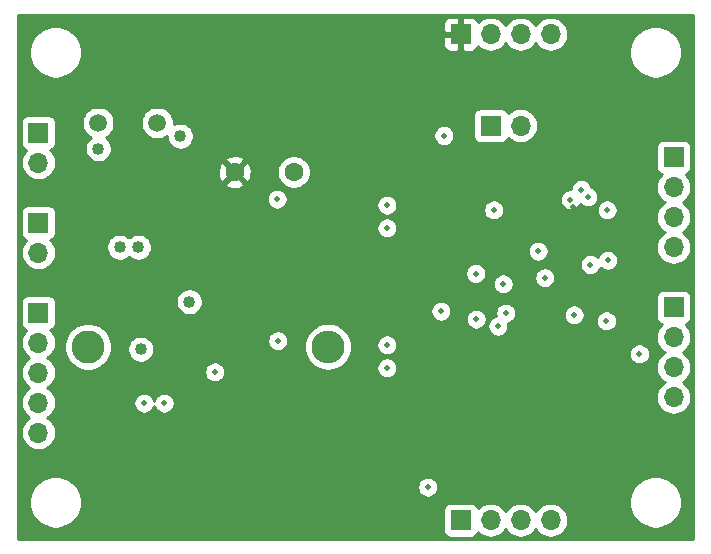
<source format=gbr>
G04 #@! TF.GenerationSoftware,KiCad,Pcbnew,(5.1.4)-1*
G04 #@! TF.CreationDate,2019-12-04T08:55:51-06:00*
G04 #@! TF.ProjectId,motor_control,6d6f746f-725f-4636-9f6e-74726f6c2e6b,rev?*
G04 #@! TF.SameCoordinates,Original*
G04 #@! TF.FileFunction,Copper,L3,Inr*
G04 #@! TF.FilePolarity,Positive*
%FSLAX46Y46*%
G04 Gerber Fmt 4.6, Leading zero omitted, Abs format (unit mm)*
G04 Created by KiCad (PCBNEW (5.1.4)-1) date 2019-12-04 08:55:51*
%MOMM*%
%LPD*%
G04 APERTURE LIST*
%ADD10C,1.600000*%
%ADD11C,1.500000*%
%ADD12O,1.700000X1.700000*%
%ADD13R,1.700000X1.700000*%
%ADD14O,2.800000X2.800000*%
%ADD15C,2.800000*%
%ADD16C,0.508000*%
%ADD17C,1.016000*%
%ADD18C,0.254000*%
G04 APERTURE END LIST*
D10*
X143423000Y-87630000D03*
X148423000Y-87630000D03*
D11*
X136866000Y-83464400D03*
X131866000Y-83464400D03*
D12*
X126796800Y-109677200D03*
X126796800Y-107137200D03*
X126796800Y-104597200D03*
X126796800Y-102057200D03*
D13*
X126796800Y-99517200D03*
D12*
X167640000Y-83693000D03*
D13*
X165100000Y-83693000D03*
D12*
X170180000Y-75946000D03*
X167640000Y-75946000D03*
X165100000Y-75946000D03*
D13*
X162560000Y-75946000D03*
X180594000Y-99060000D03*
D12*
X180594000Y-101600000D03*
X180594000Y-104140000D03*
X180594000Y-106680000D03*
X170180000Y-117094000D03*
X167640000Y-117094000D03*
X165100000Y-117094000D03*
D13*
X162560000Y-117094000D03*
X180594000Y-86360000D03*
D12*
X180594000Y-88900000D03*
X180594000Y-91440000D03*
X180594000Y-93980000D03*
D13*
X126796800Y-91897200D03*
D12*
X126796800Y-94437200D03*
X126796800Y-86817200D03*
D13*
X126796800Y-84277200D03*
D14*
X151333200Y-102412800D03*
D15*
X131013200Y-102412800D03*
D16*
X176530000Y-103022400D03*
X177647600Y-92710000D03*
X166217600Y-90119200D03*
X172110400Y-90576400D03*
X166522400Y-92710000D03*
D17*
X135280400Y-96266000D03*
X133705600Y-96266000D03*
X146761200Y-103784400D03*
D16*
X134467600Y-110744000D03*
X168960800Y-100431600D03*
X169672000Y-98145600D03*
X132384800Y-100076000D03*
X177698400Y-103022400D03*
X174904400Y-100228400D03*
X169672000Y-96570800D03*
X174955200Y-90830400D03*
X165354000Y-90830400D03*
X169113200Y-94335600D03*
X156311600Y-90424000D03*
X156311600Y-104190800D03*
X147015200Y-89916000D03*
D17*
X133705600Y-93980000D03*
X135280400Y-93980000D03*
X138836400Y-84582000D03*
X139598400Y-98602800D03*
X135483600Y-102616000D03*
D16*
X175006000Y-95097600D03*
X165709600Y-100685600D03*
D17*
X131876800Y-85648800D03*
D16*
X141732000Y-104546400D03*
X163880800Y-100076000D03*
X156311600Y-92354400D03*
X163830000Y-96215200D03*
X156311600Y-102260400D03*
X166166800Y-97100200D03*
X159766000Y-114300000D03*
X147066000Y-101904800D03*
X137464800Y-107188000D03*
X173329600Y-89712800D03*
X135737600Y-107188000D03*
X172770800Y-89103200D03*
X173532800Y-95453200D03*
X161137600Y-84531200D03*
X160883601Y-99415601D03*
X166370000Y-99568000D03*
X171837124Y-89975192D03*
X172161200Y-99720400D03*
D18*
G36*
X182220001Y-118720000D02*
G01*
X125120000Y-118720000D01*
X125120000Y-115349872D01*
X126035000Y-115349872D01*
X126035000Y-115790128D01*
X126120890Y-116221925D01*
X126289369Y-116628669D01*
X126533962Y-116994729D01*
X126845271Y-117306038D01*
X127211331Y-117550631D01*
X127618075Y-117719110D01*
X128049872Y-117805000D01*
X128490128Y-117805000D01*
X128921925Y-117719110D01*
X129328669Y-117550631D01*
X129694729Y-117306038D01*
X130006038Y-116994729D01*
X130250631Y-116628669D01*
X130409966Y-116244000D01*
X161071928Y-116244000D01*
X161071928Y-117944000D01*
X161084188Y-118068482D01*
X161120498Y-118188180D01*
X161179463Y-118298494D01*
X161258815Y-118395185D01*
X161355506Y-118474537D01*
X161465820Y-118533502D01*
X161585518Y-118569812D01*
X161710000Y-118582072D01*
X163410000Y-118582072D01*
X163534482Y-118569812D01*
X163654180Y-118533502D01*
X163764494Y-118474537D01*
X163861185Y-118395185D01*
X163940537Y-118298494D01*
X163999502Y-118188180D01*
X164020393Y-118119313D01*
X164044866Y-118149134D01*
X164270986Y-118334706D01*
X164528966Y-118472599D01*
X164808889Y-118557513D01*
X165027050Y-118579000D01*
X165172950Y-118579000D01*
X165391111Y-118557513D01*
X165671034Y-118472599D01*
X165929014Y-118334706D01*
X166155134Y-118149134D01*
X166340706Y-117923014D01*
X166370000Y-117868209D01*
X166399294Y-117923014D01*
X166584866Y-118149134D01*
X166810986Y-118334706D01*
X167068966Y-118472599D01*
X167348889Y-118557513D01*
X167567050Y-118579000D01*
X167712950Y-118579000D01*
X167931111Y-118557513D01*
X168211034Y-118472599D01*
X168469014Y-118334706D01*
X168695134Y-118149134D01*
X168880706Y-117923014D01*
X168910000Y-117868209D01*
X168939294Y-117923014D01*
X169124866Y-118149134D01*
X169350986Y-118334706D01*
X169608966Y-118472599D01*
X169888889Y-118557513D01*
X170107050Y-118579000D01*
X170252950Y-118579000D01*
X170471111Y-118557513D01*
X170751034Y-118472599D01*
X171009014Y-118334706D01*
X171235134Y-118149134D01*
X171420706Y-117923014D01*
X171558599Y-117665034D01*
X171643513Y-117385111D01*
X171672185Y-117094000D01*
X171643513Y-116802889D01*
X171558599Y-116522966D01*
X171420706Y-116264986D01*
X171235134Y-116038866D01*
X171009014Y-115853294D01*
X170751034Y-115715401D01*
X170471111Y-115630487D01*
X170252950Y-115609000D01*
X170107050Y-115609000D01*
X169888889Y-115630487D01*
X169608966Y-115715401D01*
X169350986Y-115853294D01*
X169124866Y-116038866D01*
X168939294Y-116264986D01*
X168910000Y-116319791D01*
X168880706Y-116264986D01*
X168695134Y-116038866D01*
X168469014Y-115853294D01*
X168211034Y-115715401D01*
X167931111Y-115630487D01*
X167712950Y-115609000D01*
X167567050Y-115609000D01*
X167348889Y-115630487D01*
X167068966Y-115715401D01*
X166810986Y-115853294D01*
X166584866Y-116038866D01*
X166399294Y-116264986D01*
X166370000Y-116319791D01*
X166340706Y-116264986D01*
X166155134Y-116038866D01*
X165929014Y-115853294D01*
X165671034Y-115715401D01*
X165391111Y-115630487D01*
X165172950Y-115609000D01*
X165027050Y-115609000D01*
X164808889Y-115630487D01*
X164528966Y-115715401D01*
X164270986Y-115853294D01*
X164044866Y-116038866D01*
X164020393Y-116068687D01*
X163999502Y-115999820D01*
X163940537Y-115889506D01*
X163861185Y-115792815D01*
X163764494Y-115713463D01*
X163654180Y-115654498D01*
X163534482Y-115618188D01*
X163410000Y-115605928D01*
X161710000Y-115605928D01*
X161585518Y-115618188D01*
X161465820Y-115654498D01*
X161355506Y-115713463D01*
X161258815Y-115792815D01*
X161179463Y-115889506D01*
X161120498Y-115999820D01*
X161084188Y-116119518D01*
X161071928Y-116244000D01*
X130409966Y-116244000D01*
X130419110Y-116221925D01*
X130505000Y-115790128D01*
X130505000Y-115349872D01*
X176835000Y-115349872D01*
X176835000Y-115790128D01*
X176920890Y-116221925D01*
X177089369Y-116628669D01*
X177333962Y-116994729D01*
X177645271Y-117306038D01*
X178011331Y-117550631D01*
X178418075Y-117719110D01*
X178849872Y-117805000D01*
X179290128Y-117805000D01*
X179721925Y-117719110D01*
X180128669Y-117550631D01*
X180494729Y-117306038D01*
X180806038Y-116994729D01*
X181050631Y-116628669D01*
X181219110Y-116221925D01*
X181305000Y-115790128D01*
X181305000Y-115349872D01*
X181219110Y-114918075D01*
X181050631Y-114511331D01*
X180806038Y-114145271D01*
X180494729Y-113833962D01*
X180128669Y-113589369D01*
X179721925Y-113420890D01*
X179290128Y-113335000D01*
X178849872Y-113335000D01*
X178418075Y-113420890D01*
X178011331Y-113589369D01*
X177645271Y-113833962D01*
X177333962Y-114145271D01*
X177089369Y-114511331D01*
X176920890Y-114918075D01*
X176835000Y-115349872D01*
X130505000Y-115349872D01*
X130419110Y-114918075D01*
X130250631Y-114511331D01*
X130050920Y-114212441D01*
X158877000Y-114212441D01*
X158877000Y-114387559D01*
X158911164Y-114559312D01*
X158978179Y-114721099D01*
X159075469Y-114866704D01*
X159199296Y-114990531D01*
X159344901Y-115087821D01*
X159506688Y-115154836D01*
X159678441Y-115189000D01*
X159853559Y-115189000D01*
X160025312Y-115154836D01*
X160187099Y-115087821D01*
X160332704Y-114990531D01*
X160456531Y-114866704D01*
X160553821Y-114721099D01*
X160620836Y-114559312D01*
X160655000Y-114387559D01*
X160655000Y-114212441D01*
X160620836Y-114040688D01*
X160553821Y-113878901D01*
X160456531Y-113733296D01*
X160332704Y-113609469D01*
X160187099Y-113512179D01*
X160025312Y-113445164D01*
X159853559Y-113411000D01*
X159678441Y-113411000D01*
X159506688Y-113445164D01*
X159344901Y-113512179D01*
X159199296Y-113609469D01*
X159075469Y-113733296D01*
X158978179Y-113878901D01*
X158911164Y-114040688D01*
X158877000Y-114212441D01*
X130050920Y-114212441D01*
X130006038Y-114145271D01*
X129694729Y-113833962D01*
X129328669Y-113589369D01*
X128921925Y-113420890D01*
X128490128Y-113335000D01*
X128049872Y-113335000D01*
X127618075Y-113420890D01*
X127211331Y-113589369D01*
X126845271Y-113833962D01*
X126533962Y-114145271D01*
X126289369Y-114511331D01*
X126120890Y-114918075D01*
X126035000Y-115349872D01*
X125120000Y-115349872D01*
X125120000Y-102057200D01*
X125304615Y-102057200D01*
X125333287Y-102348311D01*
X125418201Y-102628234D01*
X125556094Y-102886214D01*
X125741666Y-103112334D01*
X125967786Y-103297906D01*
X126022591Y-103327200D01*
X125967786Y-103356494D01*
X125741666Y-103542066D01*
X125556094Y-103768186D01*
X125418201Y-104026166D01*
X125333287Y-104306089D01*
X125304615Y-104597200D01*
X125333287Y-104888311D01*
X125418201Y-105168234D01*
X125556094Y-105426214D01*
X125741666Y-105652334D01*
X125967786Y-105837906D01*
X126022591Y-105867200D01*
X125967786Y-105896494D01*
X125741666Y-106082066D01*
X125556094Y-106308186D01*
X125418201Y-106566166D01*
X125333287Y-106846089D01*
X125304615Y-107137200D01*
X125333287Y-107428311D01*
X125418201Y-107708234D01*
X125556094Y-107966214D01*
X125741666Y-108192334D01*
X125967786Y-108377906D01*
X126022591Y-108407200D01*
X125967786Y-108436494D01*
X125741666Y-108622066D01*
X125556094Y-108848186D01*
X125418201Y-109106166D01*
X125333287Y-109386089D01*
X125304615Y-109677200D01*
X125333287Y-109968311D01*
X125418201Y-110248234D01*
X125556094Y-110506214D01*
X125741666Y-110732334D01*
X125967786Y-110917906D01*
X126225766Y-111055799D01*
X126505689Y-111140713D01*
X126723850Y-111162200D01*
X126869750Y-111162200D01*
X127087911Y-111140713D01*
X127367834Y-111055799D01*
X127625814Y-110917906D01*
X127851934Y-110732334D01*
X128037506Y-110506214D01*
X128175399Y-110248234D01*
X128260313Y-109968311D01*
X128288985Y-109677200D01*
X128260313Y-109386089D01*
X128175399Y-109106166D01*
X128037506Y-108848186D01*
X127851934Y-108622066D01*
X127625814Y-108436494D01*
X127571009Y-108407200D01*
X127625814Y-108377906D01*
X127851934Y-108192334D01*
X128037506Y-107966214D01*
X128175399Y-107708234D01*
X128260313Y-107428311D01*
X128288985Y-107137200D01*
X128285365Y-107100441D01*
X134848600Y-107100441D01*
X134848600Y-107275559D01*
X134882764Y-107447312D01*
X134949779Y-107609099D01*
X135047069Y-107754704D01*
X135170896Y-107878531D01*
X135316501Y-107975821D01*
X135478288Y-108042836D01*
X135650041Y-108077000D01*
X135825159Y-108077000D01*
X135996912Y-108042836D01*
X136158699Y-107975821D01*
X136304304Y-107878531D01*
X136428131Y-107754704D01*
X136525421Y-107609099D01*
X136592436Y-107447312D01*
X136601200Y-107403253D01*
X136609964Y-107447312D01*
X136676979Y-107609099D01*
X136774269Y-107754704D01*
X136898096Y-107878531D01*
X137043701Y-107975821D01*
X137205488Y-108042836D01*
X137377241Y-108077000D01*
X137552359Y-108077000D01*
X137724112Y-108042836D01*
X137885899Y-107975821D01*
X138031504Y-107878531D01*
X138155331Y-107754704D01*
X138252621Y-107609099D01*
X138319636Y-107447312D01*
X138353800Y-107275559D01*
X138353800Y-107100441D01*
X138319636Y-106928688D01*
X138252621Y-106766901D01*
X138155331Y-106621296D01*
X138031504Y-106497469D01*
X137885899Y-106400179D01*
X137724112Y-106333164D01*
X137552359Y-106299000D01*
X137377241Y-106299000D01*
X137205488Y-106333164D01*
X137043701Y-106400179D01*
X136898096Y-106497469D01*
X136774269Y-106621296D01*
X136676979Y-106766901D01*
X136609964Y-106928688D01*
X136601200Y-106972747D01*
X136592436Y-106928688D01*
X136525421Y-106766901D01*
X136428131Y-106621296D01*
X136304304Y-106497469D01*
X136158699Y-106400179D01*
X135996912Y-106333164D01*
X135825159Y-106299000D01*
X135650041Y-106299000D01*
X135478288Y-106333164D01*
X135316501Y-106400179D01*
X135170896Y-106497469D01*
X135047069Y-106621296D01*
X134949779Y-106766901D01*
X134882764Y-106928688D01*
X134848600Y-107100441D01*
X128285365Y-107100441D01*
X128260313Y-106846089D01*
X128175399Y-106566166D01*
X128037506Y-106308186D01*
X127851934Y-106082066D01*
X127625814Y-105896494D01*
X127571009Y-105867200D01*
X127625814Y-105837906D01*
X127851934Y-105652334D01*
X128037506Y-105426214D01*
X128175399Y-105168234D01*
X128260313Y-104888311D01*
X128288985Y-104597200D01*
X128275358Y-104458841D01*
X140843000Y-104458841D01*
X140843000Y-104633959D01*
X140877164Y-104805712D01*
X140944179Y-104967499D01*
X141041469Y-105113104D01*
X141165296Y-105236931D01*
X141310901Y-105334221D01*
X141472688Y-105401236D01*
X141644441Y-105435400D01*
X141819559Y-105435400D01*
X141991312Y-105401236D01*
X142153099Y-105334221D01*
X142298704Y-105236931D01*
X142422531Y-105113104D01*
X142519821Y-104967499D01*
X142586836Y-104805712D01*
X142621000Y-104633959D01*
X142621000Y-104458841D01*
X142586836Y-104287088D01*
X142519821Y-104125301D01*
X142422531Y-103979696D01*
X142298704Y-103855869D01*
X142153099Y-103758579D01*
X141991312Y-103691564D01*
X141819559Y-103657400D01*
X141644441Y-103657400D01*
X141472688Y-103691564D01*
X141310901Y-103758579D01*
X141165296Y-103855869D01*
X141041469Y-103979696D01*
X140944179Y-104125301D01*
X140877164Y-104287088D01*
X140843000Y-104458841D01*
X128275358Y-104458841D01*
X128260313Y-104306089D01*
X128175399Y-104026166D01*
X128037506Y-103768186D01*
X127851934Y-103542066D01*
X127625814Y-103356494D01*
X127571009Y-103327200D01*
X127625814Y-103297906D01*
X127851934Y-103112334D01*
X128037506Y-102886214D01*
X128175399Y-102628234D01*
X128260313Y-102348311D01*
X128273702Y-102212370D01*
X128978200Y-102212370D01*
X128978200Y-102613230D01*
X129056404Y-103006387D01*
X129209807Y-103376734D01*
X129432513Y-103710037D01*
X129715963Y-103993487D01*
X130049266Y-104216193D01*
X130419613Y-104369596D01*
X130812770Y-104447800D01*
X131213630Y-104447800D01*
X131606787Y-104369596D01*
X131977134Y-104216193D01*
X132310437Y-103993487D01*
X132593887Y-103710037D01*
X132816593Y-103376734D01*
X132969996Y-103006387D01*
X133048200Y-102613230D01*
X133048200Y-102503424D01*
X134340600Y-102503424D01*
X134340600Y-102728576D01*
X134384525Y-102949401D01*
X134470687Y-103157413D01*
X134595774Y-103344620D01*
X134754980Y-103503826D01*
X134942187Y-103628913D01*
X135150199Y-103715075D01*
X135371024Y-103759000D01*
X135596176Y-103759000D01*
X135817001Y-103715075D01*
X136025013Y-103628913D01*
X136212220Y-103503826D01*
X136371426Y-103344620D01*
X136496513Y-103157413D01*
X136582675Y-102949401D01*
X136626600Y-102728576D01*
X136626600Y-102503424D01*
X136582675Y-102282599D01*
X136496513Y-102074587D01*
X136371426Y-101887380D01*
X136301287Y-101817241D01*
X146177000Y-101817241D01*
X146177000Y-101992359D01*
X146211164Y-102164112D01*
X146278179Y-102325899D01*
X146375469Y-102471504D01*
X146499296Y-102595331D01*
X146644901Y-102692621D01*
X146806688Y-102759636D01*
X146978441Y-102793800D01*
X147153559Y-102793800D01*
X147325312Y-102759636D01*
X147487099Y-102692621D01*
X147632704Y-102595331D01*
X147756531Y-102471504D01*
X147795755Y-102412800D01*
X149288354Y-102412800D01*
X149327645Y-102811730D01*
X149444009Y-103195329D01*
X149632973Y-103548856D01*
X149887276Y-103858724D01*
X150197144Y-104113027D01*
X150550671Y-104301991D01*
X150934270Y-104418355D01*
X151233231Y-104447800D01*
X151433169Y-104447800D01*
X151732130Y-104418355D01*
X152115729Y-104301991D01*
X152469256Y-104113027D01*
X152481180Y-104103241D01*
X155422600Y-104103241D01*
X155422600Y-104278359D01*
X155456764Y-104450112D01*
X155523779Y-104611899D01*
X155621069Y-104757504D01*
X155744896Y-104881331D01*
X155890501Y-104978621D01*
X156052288Y-105045636D01*
X156224041Y-105079800D01*
X156399159Y-105079800D01*
X156570912Y-105045636D01*
X156732699Y-104978621D01*
X156878304Y-104881331D01*
X157002131Y-104757504D01*
X157099421Y-104611899D01*
X157166436Y-104450112D01*
X157200600Y-104278359D01*
X157200600Y-104103241D01*
X157166436Y-103931488D01*
X157099421Y-103769701D01*
X157002131Y-103624096D01*
X156878304Y-103500269D01*
X156732699Y-103402979D01*
X156570912Y-103335964D01*
X156399159Y-103301800D01*
X156224041Y-103301800D01*
X156052288Y-103335964D01*
X155890501Y-103402979D01*
X155744896Y-103500269D01*
X155621069Y-103624096D01*
X155523779Y-103769701D01*
X155456764Y-103931488D01*
X155422600Y-104103241D01*
X152481180Y-104103241D01*
X152779124Y-103858724D01*
X153033427Y-103548856D01*
X153222391Y-103195329D01*
X153338755Y-102811730D01*
X153378046Y-102412800D01*
X153354413Y-102172841D01*
X155422600Y-102172841D01*
X155422600Y-102347959D01*
X155456764Y-102519712D01*
X155523779Y-102681499D01*
X155621069Y-102827104D01*
X155744896Y-102950931D01*
X155890501Y-103048221D01*
X156052288Y-103115236D01*
X156224041Y-103149400D01*
X156399159Y-103149400D01*
X156570912Y-103115236D01*
X156732699Y-103048221D01*
X156878304Y-102950931D01*
X156894394Y-102934841D01*
X176809400Y-102934841D01*
X176809400Y-103109959D01*
X176843564Y-103281712D01*
X176910579Y-103443499D01*
X177007869Y-103589104D01*
X177131696Y-103712931D01*
X177277301Y-103810221D01*
X177439088Y-103877236D01*
X177610841Y-103911400D01*
X177785959Y-103911400D01*
X177957712Y-103877236D01*
X178119499Y-103810221D01*
X178265104Y-103712931D01*
X178388931Y-103589104D01*
X178486221Y-103443499D01*
X178553236Y-103281712D01*
X178587400Y-103109959D01*
X178587400Y-102934841D01*
X178553236Y-102763088D01*
X178486221Y-102601301D01*
X178388931Y-102455696D01*
X178265104Y-102331869D01*
X178119499Y-102234579D01*
X177957712Y-102167564D01*
X177785959Y-102133400D01*
X177610841Y-102133400D01*
X177439088Y-102167564D01*
X177277301Y-102234579D01*
X177131696Y-102331869D01*
X177007869Y-102455696D01*
X176910579Y-102601301D01*
X176843564Y-102763088D01*
X176809400Y-102934841D01*
X156894394Y-102934841D01*
X157002131Y-102827104D01*
X157099421Y-102681499D01*
X157166436Y-102519712D01*
X157200600Y-102347959D01*
X157200600Y-102172841D01*
X157166436Y-102001088D01*
X157099421Y-101839301D01*
X157002131Y-101693696D01*
X156908435Y-101600000D01*
X179101815Y-101600000D01*
X179130487Y-101891111D01*
X179215401Y-102171034D01*
X179353294Y-102429014D01*
X179538866Y-102655134D01*
X179764986Y-102840706D01*
X179819791Y-102870000D01*
X179764986Y-102899294D01*
X179538866Y-103084866D01*
X179353294Y-103310986D01*
X179215401Y-103568966D01*
X179130487Y-103848889D01*
X179101815Y-104140000D01*
X179130487Y-104431111D01*
X179215401Y-104711034D01*
X179353294Y-104969014D01*
X179538866Y-105195134D01*
X179764986Y-105380706D01*
X179819791Y-105410000D01*
X179764986Y-105439294D01*
X179538866Y-105624866D01*
X179353294Y-105850986D01*
X179215401Y-106108966D01*
X179130487Y-106388889D01*
X179101815Y-106680000D01*
X179130487Y-106971111D01*
X179215401Y-107251034D01*
X179353294Y-107509014D01*
X179538866Y-107735134D01*
X179764986Y-107920706D01*
X180022966Y-108058599D01*
X180302889Y-108143513D01*
X180521050Y-108165000D01*
X180666950Y-108165000D01*
X180885111Y-108143513D01*
X181165034Y-108058599D01*
X181423014Y-107920706D01*
X181649134Y-107735134D01*
X181834706Y-107509014D01*
X181972599Y-107251034D01*
X182057513Y-106971111D01*
X182086185Y-106680000D01*
X182057513Y-106388889D01*
X181972599Y-106108966D01*
X181834706Y-105850986D01*
X181649134Y-105624866D01*
X181423014Y-105439294D01*
X181368209Y-105410000D01*
X181423014Y-105380706D01*
X181649134Y-105195134D01*
X181834706Y-104969014D01*
X181972599Y-104711034D01*
X182057513Y-104431111D01*
X182086185Y-104140000D01*
X182057513Y-103848889D01*
X181972599Y-103568966D01*
X181834706Y-103310986D01*
X181649134Y-103084866D01*
X181423014Y-102899294D01*
X181368209Y-102870000D01*
X181423014Y-102840706D01*
X181649134Y-102655134D01*
X181834706Y-102429014D01*
X181972599Y-102171034D01*
X182057513Y-101891111D01*
X182086185Y-101600000D01*
X182057513Y-101308889D01*
X181972599Y-101028966D01*
X181834706Y-100770986D01*
X181649134Y-100544866D01*
X181619313Y-100520393D01*
X181688180Y-100499502D01*
X181798494Y-100440537D01*
X181895185Y-100361185D01*
X181974537Y-100264494D01*
X182033502Y-100154180D01*
X182069812Y-100034482D01*
X182082072Y-99910000D01*
X182082072Y-98210000D01*
X182069812Y-98085518D01*
X182033502Y-97965820D01*
X181974537Y-97855506D01*
X181895185Y-97758815D01*
X181798494Y-97679463D01*
X181688180Y-97620498D01*
X181568482Y-97584188D01*
X181444000Y-97571928D01*
X179744000Y-97571928D01*
X179619518Y-97584188D01*
X179499820Y-97620498D01*
X179389506Y-97679463D01*
X179292815Y-97758815D01*
X179213463Y-97855506D01*
X179154498Y-97965820D01*
X179118188Y-98085518D01*
X179105928Y-98210000D01*
X179105928Y-99910000D01*
X179118188Y-100034482D01*
X179154498Y-100154180D01*
X179213463Y-100264494D01*
X179292815Y-100361185D01*
X179389506Y-100440537D01*
X179499820Y-100499502D01*
X179568687Y-100520393D01*
X179538866Y-100544866D01*
X179353294Y-100770986D01*
X179215401Y-101028966D01*
X179130487Y-101308889D01*
X179101815Y-101600000D01*
X156908435Y-101600000D01*
X156878304Y-101569869D01*
X156732699Y-101472579D01*
X156570912Y-101405564D01*
X156399159Y-101371400D01*
X156224041Y-101371400D01*
X156052288Y-101405564D01*
X155890501Y-101472579D01*
X155744896Y-101569869D01*
X155621069Y-101693696D01*
X155523779Y-101839301D01*
X155456764Y-102001088D01*
X155422600Y-102172841D01*
X153354413Y-102172841D01*
X153338755Y-102013870D01*
X153222391Y-101630271D01*
X153033427Y-101276744D01*
X152779124Y-100966876D01*
X152469256Y-100712573D01*
X152115729Y-100523609D01*
X151732130Y-100407245D01*
X151433169Y-100377800D01*
X151233231Y-100377800D01*
X150934270Y-100407245D01*
X150550671Y-100523609D01*
X150197144Y-100712573D01*
X149887276Y-100966876D01*
X149632973Y-101276744D01*
X149444009Y-101630271D01*
X149327645Y-102013870D01*
X149288354Y-102412800D01*
X147795755Y-102412800D01*
X147853821Y-102325899D01*
X147920836Y-102164112D01*
X147955000Y-101992359D01*
X147955000Y-101817241D01*
X147920836Y-101645488D01*
X147853821Y-101483701D01*
X147756531Y-101338096D01*
X147632704Y-101214269D01*
X147487099Y-101116979D01*
X147325312Y-101049964D01*
X147153559Y-101015800D01*
X146978441Y-101015800D01*
X146806688Y-101049964D01*
X146644901Y-101116979D01*
X146499296Y-101214269D01*
X146375469Y-101338096D01*
X146278179Y-101483701D01*
X146211164Y-101645488D01*
X146177000Y-101817241D01*
X136301287Y-101817241D01*
X136212220Y-101728174D01*
X136025013Y-101603087D01*
X135817001Y-101516925D01*
X135596176Y-101473000D01*
X135371024Y-101473000D01*
X135150199Y-101516925D01*
X134942187Y-101603087D01*
X134754980Y-101728174D01*
X134595774Y-101887380D01*
X134470687Y-102074587D01*
X134384525Y-102282599D01*
X134340600Y-102503424D01*
X133048200Y-102503424D01*
X133048200Y-102212370D01*
X132969996Y-101819213D01*
X132816593Y-101448866D01*
X132593887Y-101115563D01*
X132310437Y-100832113D01*
X131977134Y-100609407D01*
X131606787Y-100456004D01*
X131213630Y-100377800D01*
X130812770Y-100377800D01*
X130419613Y-100456004D01*
X130049266Y-100609407D01*
X129715963Y-100832113D01*
X129432513Y-101115563D01*
X129209807Y-101448866D01*
X129056404Y-101819213D01*
X128978200Y-102212370D01*
X128273702Y-102212370D01*
X128288985Y-102057200D01*
X128260313Y-101766089D01*
X128175399Y-101486166D01*
X128037506Y-101228186D01*
X127851934Y-101002066D01*
X127822113Y-100977593D01*
X127890980Y-100956702D01*
X128001294Y-100897737D01*
X128097985Y-100818385D01*
X128177337Y-100721694D01*
X128236302Y-100611380D01*
X128272612Y-100491682D01*
X128284872Y-100367200D01*
X128284872Y-98667200D01*
X128272612Y-98542718D01*
X128256689Y-98490224D01*
X138455400Y-98490224D01*
X138455400Y-98715376D01*
X138499325Y-98936201D01*
X138585487Y-99144213D01*
X138710574Y-99331420D01*
X138869780Y-99490626D01*
X139056987Y-99615713D01*
X139264999Y-99701875D01*
X139485824Y-99745800D01*
X139710976Y-99745800D01*
X139931801Y-99701875D01*
X140139813Y-99615713D01*
X140327020Y-99490626D01*
X140486226Y-99331420D01*
X140488483Y-99328042D01*
X159994601Y-99328042D01*
X159994601Y-99503160D01*
X160028765Y-99674913D01*
X160095780Y-99836700D01*
X160193070Y-99982305D01*
X160316897Y-100106132D01*
X160462502Y-100203422D01*
X160624289Y-100270437D01*
X160796042Y-100304601D01*
X160971160Y-100304601D01*
X161142913Y-100270437D01*
X161304700Y-100203422D01*
X161450305Y-100106132D01*
X161567996Y-99988441D01*
X162991800Y-99988441D01*
X162991800Y-100163559D01*
X163025964Y-100335312D01*
X163092979Y-100497099D01*
X163190269Y-100642704D01*
X163314096Y-100766531D01*
X163459701Y-100863821D01*
X163621488Y-100930836D01*
X163793241Y-100965000D01*
X163968359Y-100965000D01*
X164140112Y-100930836D01*
X164301899Y-100863821D01*
X164447504Y-100766531D01*
X164571331Y-100642704D01*
X164601173Y-100598041D01*
X164820600Y-100598041D01*
X164820600Y-100773159D01*
X164854764Y-100944912D01*
X164921779Y-101106699D01*
X165019069Y-101252304D01*
X165142896Y-101376131D01*
X165288501Y-101473421D01*
X165450288Y-101540436D01*
X165622041Y-101574600D01*
X165797159Y-101574600D01*
X165968912Y-101540436D01*
X166130699Y-101473421D01*
X166276304Y-101376131D01*
X166400131Y-101252304D01*
X166497421Y-101106699D01*
X166564436Y-100944912D01*
X166598600Y-100773159D01*
X166598600Y-100598041D01*
X166566245Y-100435381D01*
X166629312Y-100422836D01*
X166791099Y-100355821D01*
X166936704Y-100258531D01*
X167060531Y-100134704D01*
X167157821Y-99989099D01*
X167224836Y-99827312D01*
X167259000Y-99655559D01*
X167259000Y-99632841D01*
X171272200Y-99632841D01*
X171272200Y-99807959D01*
X171306364Y-99979712D01*
X171373379Y-100141499D01*
X171470669Y-100287104D01*
X171594496Y-100410931D01*
X171740101Y-100508221D01*
X171901888Y-100575236D01*
X172073641Y-100609400D01*
X172248759Y-100609400D01*
X172420512Y-100575236D01*
X172582299Y-100508221D01*
X172727904Y-100410931D01*
X172851731Y-100287104D01*
X172949021Y-100141499D01*
X172949293Y-100140841D01*
X174015400Y-100140841D01*
X174015400Y-100315959D01*
X174049564Y-100487712D01*
X174116579Y-100649499D01*
X174213869Y-100795104D01*
X174337696Y-100918931D01*
X174483301Y-101016221D01*
X174645088Y-101083236D01*
X174816841Y-101117400D01*
X174991959Y-101117400D01*
X175163712Y-101083236D01*
X175325499Y-101016221D01*
X175471104Y-100918931D01*
X175594931Y-100795104D01*
X175692221Y-100649499D01*
X175759236Y-100487712D01*
X175793400Y-100315959D01*
X175793400Y-100140841D01*
X175759236Y-99969088D01*
X175692221Y-99807301D01*
X175594931Y-99661696D01*
X175471104Y-99537869D01*
X175325499Y-99440579D01*
X175163712Y-99373564D01*
X174991959Y-99339400D01*
X174816841Y-99339400D01*
X174645088Y-99373564D01*
X174483301Y-99440579D01*
X174337696Y-99537869D01*
X174213869Y-99661696D01*
X174116579Y-99807301D01*
X174049564Y-99969088D01*
X174015400Y-100140841D01*
X172949293Y-100140841D01*
X173016036Y-99979712D01*
X173050200Y-99807959D01*
X173050200Y-99632841D01*
X173016036Y-99461088D01*
X172949021Y-99299301D01*
X172851731Y-99153696D01*
X172727904Y-99029869D01*
X172582299Y-98932579D01*
X172420512Y-98865564D01*
X172248759Y-98831400D01*
X172073641Y-98831400D01*
X171901888Y-98865564D01*
X171740101Y-98932579D01*
X171594496Y-99029869D01*
X171470669Y-99153696D01*
X171373379Y-99299301D01*
X171306364Y-99461088D01*
X171272200Y-99632841D01*
X167259000Y-99632841D01*
X167259000Y-99480441D01*
X167224836Y-99308688D01*
X167157821Y-99146901D01*
X167060531Y-99001296D01*
X166936704Y-98877469D01*
X166791099Y-98780179D01*
X166629312Y-98713164D01*
X166457559Y-98679000D01*
X166282441Y-98679000D01*
X166110688Y-98713164D01*
X165948901Y-98780179D01*
X165803296Y-98877469D01*
X165679469Y-99001296D01*
X165582179Y-99146901D01*
X165515164Y-99308688D01*
X165481000Y-99480441D01*
X165481000Y-99655559D01*
X165513355Y-99818219D01*
X165450288Y-99830764D01*
X165288501Y-99897779D01*
X165142896Y-99995069D01*
X165019069Y-100118896D01*
X164921779Y-100264501D01*
X164854764Y-100426288D01*
X164820600Y-100598041D01*
X164601173Y-100598041D01*
X164668621Y-100497099D01*
X164735636Y-100335312D01*
X164769800Y-100163559D01*
X164769800Y-99988441D01*
X164735636Y-99816688D01*
X164668621Y-99654901D01*
X164571331Y-99509296D01*
X164447504Y-99385469D01*
X164301899Y-99288179D01*
X164140112Y-99221164D01*
X163968359Y-99187000D01*
X163793241Y-99187000D01*
X163621488Y-99221164D01*
X163459701Y-99288179D01*
X163314096Y-99385469D01*
X163190269Y-99509296D01*
X163092979Y-99654901D01*
X163025964Y-99816688D01*
X162991800Y-99988441D01*
X161567996Y-99988441D01*
X161574132Y-99982305D01*
X161671422Y-99836700D01*
X161738437Y-99674913D01*
X161772601Y-99503160D01*
X161772601Y-99328042D01*
X161738437Y-99156289D01*
X161671422Y-98994502D01*
X161574132Y-98848897D01*
X161450305Y-98725070D01*
X161304700Y-98627780D01*
X161142913Y-98560765D01*
X160971160Y-98526601D01*
X160796042Y-98526601D01*
X160624289Y-98560765D01*
X160462502Y-98627780D01*
X160316897Y-98725070D01*
X160193070Y-98848897D01*
X160095780Y-98994502D01*
X160028765Y-99156289D01*
X159994601Y-99328042D01*
X140488483Y-99328042D01*
X140611313Y-99144213D01*
X140697475Y-98936201D01*
X140741400Y-98715376D01*
X140741400Y-98490224D01*
X140697475Y-98269399D01*
X140611313Y-98061387D01*
X140486226Y-97874180D01*
X140327020Y-97714974D01*
X140139813Y-97589887D01*
X139931801Y-97503725D01*
X139710976Y-97459800D01*
X139485824Y-97459800D01*
X139264999Y-97503725D01*
X139056987Y-97589887D01*
X138869780Y-97714974D01*
X138710574Y-97874180D01*
X138585487Y-98061387D01*
X138499325Y-98269399D01*
X138455400Y-98490224D01*
X128256689Y-98490224D01*
X128236302Y-98423020D01*
X128177337Y-98312706D01*
X128097985Y-98216015D01*
X128001294Y-98136663D01*
X127890980Y-98077698D01*
X127771282Y-98041388D01*
X127646800Y-98029128D01*
X125946800Y-98029128D01*
X125822318Y-98041388D01*
X125702620Y-98077698D01*
X125592306Y-98136663D01*
X125495615Y-98216015D01*
X125416263Y-98312706D01*
X125357298Y-98423020D01*
X125320988Y-98542718D01*
X125308728Y-98667200D01*
X125308728Y-100367200D01*
X125320988Y-100491682D01*
X125357298Y-100611380D01*
X125416263Y-100721694D01*
X125495615Y-100818385D01*
X125592306Y-100897737D01*
X125702620Y-100956702D01*
X125771487Y-100977593D01*
X125741666Y-101002066D01*
X125556094Y-101228186D01*
X125418201Y-101486166D01*
X125333287Y-101766089D01*
X125304615Y-102057200D01*
X125120000Y-102057200D01*
X125120000Y-96127641D01*
X162941000Y-96127641D01*
X162941000Y-96302759D01*
X162975164Y-96474512D01*
X163042179Y-96636299D01*
X163139469Y-96781904D01*
X163263296Y-96905731D01*
X163408901Y-97003021D01*
X163570688Y-97070036D01*
X163742441Y-97104200D01*
X163917559Y-97104200D01*
X164089312Y-97070036D01*
X164227874Y-97012641D01*
X165277800Y-97012641D01*
X165277800Y-97187759D01*
X165311964Y-97359512D01*
X165378979Y-97521299D01*
X165476269Y-97666904D01*
X165600096Y-97790731D01*
X165745701Y-97888021D01*
X165907488Y-97955036D01*
X166079241Y-97989200D01*
X166254359Y-97989200D01*
X166426112Y-97955036D01*
X166587899Y-97888021D01*
X166733504Y-97790731D01*
X166857331Y-97666904D01*
X166954621Y-97521299D01*
X167021636Y-97359512D01*
X167055800Y-97187759D01*
X167055800Y-97012641D01*
X167021636Y-96840888D01*
X166954621Y-96679101D01*
X166857331Y-96533496D01*
X166807076Y-96483241D01*
X168783000Y-96483241D01*
X168783000Y-96658359D01*
X168817164Y-96830112D01*
X168884179Y-96991899D01*
X168981469Y-97137504D01*
X169105296Y-97261331D01*
X169250901Y-97358621D01*
X169412688Y-97425636D01*
X169584441Y-97459800D01*
X169759559Y-97459800D01*
X169931312Y-97425636D01*
X170093099Y-97358621D01*
X170238704Y-97261331D01*
X170362531Y-97137504D01*
X170459821Y-96991899D01*
X170526836Y-96830112D01*
X170561000Y-96658359D01*
X170561000Y-96483241D01*
X170526836Y-96311488D01*
X170459821Y-96149701D01*
X170362531Y-96004096D01*
X170238704Y-95880269D01*
X170093099Y-95782979D01*
X169931312Y-95715964D01*
X169759559Y-95681800D01*
X169584441Y-95681800D01*
X169412688Y-95715964D01*
X169250901Y-95782979D01*
X169105296Y-95880269D01*
X168981469Y-96004096D01*
X168884179Y-96149701D01*
X168817164Y-96311488D01*
X168783000Y-96483241D01*
X166807076Y-96483241D01*
X166733504Y-96409669D01*
X166587899Y-96312379D01*
X166426112Y-96245364D01*
X166254359Y-96211200D01*
X166079241Y-96211200D01*
X165907488Y-96245364D01*
X165745701Y-96312379D01*
X165600096Y-96409669D01*
X165476269Y-96533496D01*
X165378979Y-96679101D01*
X165311964Y-96840888D01*
X165277800Y-97012641D01*
X164227874Y-97012641D01*
X164251099Y-97003021D01*
X164396704Y-96905731D01*
X164520531Y-96781904D01*
X164617821Y-96636299D01*
X164684836Y-96474512D01*
X164719000Y-96302759D01*
X164719000Y-96127641D01*
X164684836Y-95955888D01*
X164617821Y-95794101D01*
X164520531Y-95648496D01*
X164396704Y-95524669D01*
X164251099Y-95427379D01*
X164102052Y-95365641D01*
X172643800Y-95365641D01*
X172643800Y-95540759D01*
X172677964Y-95712512D01*
X172744979Y-95874299D01*
X172842269Y-96019904D01*
X172966096Y-96143731D01*
X173111701Y-96241021D01*
X173273488Y-96308036D01*
X173445241Y-96342200D01*
X173620359Y-96342200D01*
X173792112Y-96308036D01*
X173953899Y-96241021D01*
X174099504Y-96143731D01*
X174223331Y-96019904D01*
X174320621Y-95874299D01*
X174380619Y-95729454D01*
X174439296Y-95788131D01*
X174584901Y-95885421D01*
X174746688Y-95952436D01*
X174918441Y-95986600D01*
X175093559Y-95986600D01*
X175265312Y-95952436D01*
X175427099Y-95885421D01*
X175572704Y-95788131D01*
X175696531Y-95664304D01*
X175793821Y-95518699D01*
X175860836Y-95356912D01*
X175895000Y-95185159D01*
X175895000Y-95010041D01*
X175860836Y-94838288D01*
X175793821Y-94676501D01*
X175696531Y-94530896D01*
X175572704Y-94407069D01*
X175427099Y-94309779D01*
X175265312Y-94242764D01*
X175093559Y-94208600D01*
X174918441Y-94208600D01*
X174746688Y-94242764D01*
X174584901Y-94309779D01*
X174439296Y-94407069D01*
X174315469Y-94530896D01*
X174218179Y-94676501D01*
X174158181Y-94821346D01*
X174099504Y-94762669D01*
X173953899Y-94665379D01*
X173792112Y-94598364D01*
X173620359Y-94564200D01*
X173445241Y-94564200D01*
X173273488Y-94598364D01*
X173111701Y-94665379D01*
X172966096Y-94762669D01*
X172842269Y-94886496D01*
X172744979Y-95032101D01*
X172677964Y-95193888D01*
X172643800Y-95365641D01*
X164102052Y-95365641D01*
X164089312Y-95360364D01*
X163917559Y-95326200D01*
X163742441Y-95326200D01*
X163570688Y-95360364D01*
X163408901Y-95427379D01*
X163263296Y-95524669D01*
X163139469Y-95648496D01*
X163042179Y-95794101D01*
X162975164Y-95955888D01*
X162941000Y-96127641D01*
X125120000Y-96127641D01*
X125120000Y-94437200D01*
X125304615Y-94437200D01*
X125333287Y-94728311D01*
X125418201Y-95008234D01*
X125556094Y-95266214D01*
X125741666Y-95492334D01*
X125967786Y-95677906D01*
X126225766Y-95815799D01*
X126505689Y-95900713D01*
X126723850Y-95922200D01*
X126869750Y-95922200D01*
X127087911Y-95900713D01*
X127367834Y-95815799D01*
X127625814Y-95677906D01*
X127851934Y-95492334D01*
X128037506Y-95266214D01*
X128175399Y-95008234D01*
X128260313Y-94728311D01*
X128288985Y-94437200D01*
X128260313Y-94146089D01*
X128175781Y-93867424D01*
X132562600Y-93867424D01*
X132562600Y-94092576D01*
X132606525Y-94313401D01*
X132692687Y-94521413D01*
X132817774Y-94708620D01*
X132976980Y-94867826D01*
X133164187Y-94992913D01*
X133372199Y-95079075D01*
X133593024Y-95123000D01*
X133818176Y-95123000D01*
X134039001Y-95079075D01*
X134247013Y-94992913D01*
X134434220Y-94867826D01*
X134493000Y-94809046D01*
X134551780Y-94867826D01*
X134738987Y-94992913D01*
X134946999Y-95079075D01*
X135167824Y-95123000D01*
X135392976Y-95123000D01*
X135613801Y-95079075D01*
X135821813Y-94992913D01*
X136009020Y-94867826D01*
X136168226Y-94708620D01*
X136293313Y-94521413D01*
X136379475Y-94313401D01*
X136392475Y-94248041D01*
X168224200Y-94248041D01*
X168224200Y-94423159D01*
X168258364Y-94594912D01*
X168325379Y-94756699D01*
X168422669Y-94902304D01*
X168546496Y-95026131D01*
X168692101Y-95123421D01*
X168853888Y-95190436D01*
X169025641Y-95224600D01*
X169200759Y-95224600D01*
X169372512Y-95190436D01*
X169534299Y-95123421D01*
X169679904Y-95026131D01*
X169803731Y-94902304D01*
X169901021Y-94756699D01*
X169968036Y-94594912D01*
X170002200Y-94423159D01*
X170002200Y-94248041D01*
X169968036Y-94076288D01*
X169901021Y-93914501D01*
X169803731Y-93768896D01*
X169679904Y-93645069D01*
X169534299Y-93547779D01*
X169372512Y-93480764D01*
X169200759Y-93446600D01*
X169025641Y-93446600D01*
X168853888Y-93480764D01*
X168692101Y-93547779D01*
X168546496Y-93645069D01*
X168422669Y-93768896D01*
X168325379Y-93914501D01*
X168258364Y-94076288D01*
X168224200Y-94248041D01*
X136392475Y-94248041D01*
X136423400Y-94092576D01*
X136423400Y-93867424D01*
X136379475Y-93646599D01*
X136293313Y-93438587D01*
X136168226Y-93251380D01*
X136009020Y-93092174D01*
X135821813Y-92967087D01*
X135613801Y-92880925D01*
X135392976Y-92837000D01*
X135167824Y-92837000D01*
X134946999Y-92880925D01*
X134738987Y-92967087D01*
X134551780Y-93092174D01*
X134493000Y-93150954D01*
X134434220Y-93092174D01*
X134247013Y-92967087D01*
X134039001Y-92880925D01*
X133818176Y-92837000D01*
X133593024Y-92837000D01*
X133372199Y-92880925D01*
X133164187Y-92967087D01*
X132976980Y-93092174D01*
X132817774Y-93251380D01*
X132692687Y-93438587D01*
X132606525Y-93646599D01*
X132562600Y-93867424D01*
X128175781Y-93867424D01*
X128175399Y-93866166D01*
X128037506Y-93608186D01*
X127851934Y-93382066D01*
X127822113Y-93357593D01*
X127890980Y-93336702D01*
X128001294Y-93277737D01*
X128097985Y-93198385D01*
X128177337Y-93101694D01*
X128236302Y-92991380D01*
X128272612Y-92871682D01*
X128284872Y-92747200D01*
X128284872Y-92266841D01*
X155422600Y-92266841D01*
X155422600Y-92441959D01*
X155456764Y-92613712D01*
X155523779Y-92775499D01*
X155621069Y-92921104D01*
X155744896Y-93044931D01*
X155890501Y-93142221D01*
X156052288Y-93209236D01*
X156224041Y-93243400D01*
X156399159Y-93243400D01*
X156570912Y-93209236D01*
X156732699Y-93142221D01*
X156878304Y-93044931D01*
X157002131Y-92921104D01*
X157099421Y-92775499D01*
X157166436Y-92613712D01*
X157200600Y-92441959D01*
X157200600Y-92266841D01*
X157166436Y-92095088D01*
X157099421Y-91933301D01*
X157002131Y-91787696D01*
X156878304Y-91663869D01*
X156732699Y-91566579D01*
X156570912Y-91499564D01*
X156399159Y-91465400D01*
X156224041Y-91465400D01*
X156052288Y-91499564D01*
X155890501Y-91566579D01*
X155744896Y-91663869D01*
X155621069Y-91787696D01*
X155523779Y-91933301D01*
X155456764Y-92095088D01*
X155422600Y-92266841D01*
X128284872Y-92266841D01*
X128284872Y-91047200D01*
X128272612Y-90922718D01*
X128236302Y-90803020D01*
X128177337Y-90692706D01*
X128097985Y-90596015D01*
X128001294Y-90516663D01*
X127890980Y-90457698D01*
X127771282Y-90421388D01*
X127646800Y-90409128D01*
X125946800Y-90409128D01*
X125822318Y-90421388D01*
X125702620Y-90457698D01*
X125592306Y-90516663D01*
X125495615Y-90596015D01*
X125416263Y-90692706D01*
X125357298Y-90803020D01*
X125320988Y-90922718D01*
X125308728Y-91047200D01*
X125308728Y-92747200D01*
X125320988Y-92871682D01*
X125357298Y-92991380D01*
X125416263Y-93101694D01*
X125495615Y-93198385D01*
X125592306Y-93277737D01*
X125702620Y-93336702D01*
X125771487Y-93357593D01*
X125741666Y-93382066D01*
X125556094Y-93608186D01*
X125418201Y-93866166D01*
X125333287Y-94146089D01*
X125304615Y-94437200D01*
X125120000Y-94437200D01*
X125120000Y-89828441D01*
X146126200Y-89828441D01*
X146126200Y-90003559D01*
X146160364Y-90175312D01*
X146227379Y-90337099D01*
X146324669Y-90482704D01*
X146448496Y-90606531D01*
X146594101Y-90703821D01*
X146755888Y-90770836D01*
X146927641Y-90805000D01*
X147102759Y-90805000D01*
X147274512Y-90770836D01*
X147436299Y-90703821D01*
X147581904Y-90606531D01*
X147705731Y-90482704D01*
X147803021Y-90337099D01*
X147803293Y-90336441D01*
X155422600Y-90336441D01*
X155422600Y-90511559D01*
X155456764Y-90683312D01*
X155523779Y-90845099D01*
X155621069Y-90990704D01*
X155744896Y-91114531D01*
X155890501Y-91211821D01*
X156052288Y-91278836D01*
X156224041Y-91313000D01*
X156399159Y-91313000D01*
X156570912Y-91278836D01*
X156732699Y-91211821D01*
X156878304Y-91114531D01*
X157002131Y-90990704D01*
X157099421Y-90845099D01*
X157141778Y-90742841D01*
X164465000Y-90742841D01*
X164465000Y-90917959D01*
X164499164Y-91089712D01*
X164566179Y-91251499D01*
X164663469Y-91397104D01*
X164787296Y-91520931D01*
X164932901Y-91618221D01*
X165094688Y-91685236D01*
X165266441Y-91719400D01*
X165441559Y-91719400D01*
X165613312Y-91685236D01*
X165775099Y-91618221D01*
X165920704Y-91520931D01*
X166044531Y-91397104D01*
X166141821Y-91251499D01*
X166208836Y-91089712D01*
X166243000Y-90917959D01*
X166243000Y-90742841D01*
X166208836Y-90571088D01*
X166141821Y-90409301D01*
X166044531Y-90263696D01*
X165920704Y-90139869D01*
X165775099Y-90042579D01*
X165613312Y-89975564D01*
X165441559Y-89941400D01*
X165266441Y-89941400D01*
X165094688Y-89975564D01*
X164932901Y-90042579D01*
X164787296Y-90139869D01*
X164663469Y-90263696D01*
X164566179Y-90409301D01*
X164499164Y-90571088D01*
X164465000Y-90742841D01*
X157141778Y-90742841D01*
X157166436Y-90683312D01*
X157200600Y-90511559D01*
X157200600Y-90336441D01*
X157166436Y-90164688D01*
X157099421Y-90002901D01*
X157022402Y-89887633D01*
X170948124Y-89887633D01*
X170948124Y-90062751D01*
X170982288Y-90234504D01*
X171049303Y-90396291D01*
X171146593Y-90541896D01*
X171270420Y-90665723D01*
X171416025Y-90763013D01*
X171577812Y-90830028D01*
X171749565Y-90864192D01*
X171924683Y-90864192D01*
X172096436Y-90830028D01*
X172258223Y-90763013D01*
X172288412Y-90742841D01*
X174066200Y-90742841D01*
X174066200Y-90917959D01*
X174100364Y-91089712D01*
X174167379Y-91251499D01*
X174264669Y-91397104D01*
X174388496Y-91520931D01*
X174534101Y-91618221D01*
X174695888Y-91685236D01*
X174867641Y-91719400D01*
X175042759Y-91719400D01*
X175214512Y-91685236D01*
X175376299Y-91618221D01*
X175521904Y-91520931D01*
X175645731Y-91397104D01*
X175743021Y-91251499D01*
X175810036Y-91089712D01*
X175844200Y-90917959D01*
X175844200Y-90742841D01*
X175810036Y-90571088D01*
X175743021Y-90409301D01*
X175645731Y-90263696D01*
X175521904Y-90139869D01*
X175376299Y-90042579D01*
X175214512Y-89975564D01*
X175042759Y-89941400D01*
X174867641Y-89941400D01*
X174695888Y-89975564D01*
X174534101Y-90042579D01*
X174388496Y-90139869D01*
X174264669Y-90263696D01*
X174167379Y-90409301D01*
X174100364Y-90571088D01*
X174066200Y-90742841D01*
X172288412Y-90742841D01*
X172403828Y-90665723D01*
X172527655Y-90541896D01*
X172624945Y-90396291D01*
X172663288Y-90303723D01*
X172762896Y-90403331D01*
X172908501Y-90500621D01*
X173070288Y-90567636D01*
X173242041Y-90601800D01*
X173417159Y-90601800D01*
X173588912Y-90567636D01*
X173750699Y-90500621D01*
X173896304Y-90403331D01*
X174020131Y-90279504D01*
X174117421Y-90133899D01*
X174184436Y-89972112D01*
X174218600Y-89800359D01*
X174218600Y-89625241D01*
X174184436Y-89453488D01*
X174117421Y-89291701D01*
X174020131Y-89146096D01*
X173896304Y-89022269D01*
X173750699Y-88924979D01*
X173690395Y-88900000D01*
X179101815Y-88900000D01*
X179130487Y-89191111D01*
X179215401Y-89471034D01*
X179353294Y-89729014D01*
X179538866Y-89955134D01*
X179764986Y-90140706D01*
X179819791Y-90170000D01*
X179764986Y-90199294D01*
X179538866Y-90384866D01*
X179353294Y-90610986D01*
X179215401Y-90868966D01*
X179130487Y-91148889D01*
X179101815Y-91440000D01*
X179130487Y-91731111D01*
X179215401Y-92011034D01*
X179353294Y-92269014D01*
X179538866Y-92495134D01*
X179764986Y-92680706D01*
X179819791Y-92710000D01*
X179764986Y-92739294D01*
X179538866Y-92924866D01*
X179353294Y-93150986D01*
X179215401Y-93408966D01*
X179130487Y-93688889D01*
X179101815Y-93980000D01*
X179130487Y-94271111D01*
X179215401Y-94551034D01*
X179353294Y-94809014D01*
X179538866Y-95035134D01*
X179764986Y-95220706D01*
X180022966Y-95358599D01*
X180302889Y-95443513D01*
X180521050Y-95465000D01*
X180666950Y-95465000D01*
X180885111Y-95443513D01*
X181165034Y-95358599D01*
X181423014Y-95220706D01*
X181649134Y-95035134D01*
X181834706Y-94809014D01*
X181972599Y-94551034D01*
X182057513Y-94271111D01*
X182086185Y-93980000D01*
X182057513Y-93688889D01*
X181972599Y-93408966D01*
X181834706Y-93150986D01*
X181649134Y-92924866D01*
X181423014Y-92739294D01*
X181368209Y-92710000D01*
X181423014Y-92680706D01*
X181649134Y-92495134D01*
X181834706Y-92269014D01*
X181972599Y-92011034D01*
X182057513Y-91731111D01*
X182086185Y-91440000D01*
X182057513Y-91148889D01*
X181972599Y-90868966D01*
X181834706Y-90610986D01*
X181649134Y-90384866D01*
X181423014Y-90199294D01*
X181368209Y-90170000D01*
X181423014Y-90140706D01*
X181649134Y-89955134D01*
X181834706Y-89729014D01*
X181972599Y-89471034D01*
X182057513Y-89191111D01*
X182086185Y-88900000D01*
X182057513Y-88608889D01*
X181972599Y-88328966D01*
X181834706Y-88070986D01*
X181649134Y-87844866D01*
X181619313Y-87820393D01*
X181688180Y-87799502D01*
X181798494Y-87740537D01*
X181895185Y-87661185D01*
X181974537Y-87564494D01*
X182033502Y-87454180D01*
X182069812Y-87334482D01*
X182082072Y-87210000D01*
X182082072Y-85510000D01*
X182069812Y-85385518D01*
X182033502Y-85265820D01*
X181974537Y-85155506D01*
X181895185Y-85058815D01*
X181798494Y-84979463D01*
X181688180Y-84920498D01*
X181568482Y-84884188D01*
X181444000Y-84871928D01*
X179744000Y-84871928D01*
X179619518Y-84884188D01*
X179499820Y-84920498D01*
X179389506Y-84979463D01*
X179292815Y-85058815D01*
X179213463Y-85155506D01*
X179154498Y-85265820D01*
X179118188Y-85385518D01*
X179105928Y-85510000D01*
X179105928Y-87210000D01*
X179118188Y-87334482D01*
X179154498Y-87454180D01*
X179213463Y-87564494D01*
X179292815Y-87661185D01*
X179389506Y-87740537D01*
X179499820Y-87799502D01*
X179568687Y-87820393D01*
X179538866Y-87844866D01*
X179353294Y-88070986D01*
X179215401Y-88328966D01*
X179130487Y-88608889D01*
X179101815Y-88900000D01*
X173690395Y-88900000D01*
X173631985Y-88875806D01*
X173625636Y-88843888D01*
X173558621Y-88682101D01*
X173461331Y-88536496D01*
X173337504Y-88412669D01*
X173191899Y-88315379D01*
X173030112Y-88248364D01*
X172858359Y-88214200D01*
X172683241Y-88214200D01*
X172511488Y-88248364D01*
X172349701Y-88315379D01*
X172204096Y-88412669D01*
X172080269Y-88536496D01*
X171982979Y-88682101D01*
X171915964Y-88843888D01*
X171881800Y-89015641D01*
X171881800Y-89086192D01*
X171749565Y-89086192D01*
X171577812Y-89120356D01*
X171416025Y-89187371D01*
X171270420Y-89284661D01*
X171146593Y-89408488D01*
X171049303Y-89554093D01*
X170982288Y-89715880D01*
X170948124Y-89887633D01*
X157022402Y-89887633D01*
X157002131Y-89857296D01*
X156878304Y-89733469D01*
X156732699Y-89636179D01*
X156570912Y-89569164D01*
X156399159Y-89535000D01*
X156224041Y-89535000D01*
X156052288Y-89569164D01*
X155890501Y-89636179D01*
X155744896Y-89733469D01*
X155621069Y-89857296D01*
X155523779Y-90002901D01*
X155456764Y-90164688D01*
X155422600Y-90336441D01*
X147803293Y-90336441D01*
X147870036Y-90175312D01*
X147904200Y-90003559D01*
X147904200Y-89828441D01*
X147870036Y-89656688D01*
X147803021Y-89494901D01*
X147705731Y-89349296D01*
X147581904Y-89225469D01*
X147436299Y-89128179D01*
X147274512Y-89061164D01*
X147102759Y-89027000D01*
X146927641Y-89027000D01*
X146755888Y-89061164D01*
X146594101Y-89128179D01*
X146448496Y-89225469D01*
X146324669Y-89349296D01*
X146227379Y-89494901D01*
X146160364Y-89656688D01*
X146126200Y-89828441D01*
X125120000Y-89828441D01*
X125120000Y-88622702D01*
X142609903Y-88622702D01*
X142681486Y-88866671D01*
X142936996Y-88987571D01*
X143211184Y-89056300D01*
X143493512Y-89070217D01*
X143773130Y-89028787D01*
X144039292Y-88933603D01*
X144164514Y-88866671D01*
X144236097Y-88622702D01*
X143423000Y-87809605D01*
X142609903Y-88622702D01*
X125120000Y-88622702D01*
X125120000Y-86817200D01*
X125304615Y-86817200D01*
X125333287Y-87108311D01*
X125418201Y-87388234D01*
X125556094Y-87646214D01*
X125741666Y-87872334D01*
X125967786Y-88057906D01*
X126225766Y-88195799D01*
X126505689Y-88280713D01*
X126723850Y-88302200D01*
X126869750Y-88302200D01*
X127087911Y-88280713D01*
X127367834Y-88195799D01*
X127625814Y-88057906D01*
X127851934Y-87872334D01*
X127992944Y-87700512D01*
X141982783Y-87700512D01*
X142024213Y-87980130D01*
X142119397Y-88246292D01*
X142186329Y-88371514D01*
X142430298Y-88443097D01*
X143243395Y-87630000D01*
X143602605Y-87630000D01*
X144415702Y-88443097D01*
X144659671Y-88371514D01*
X144780571Y-88116004D01*
X144849300Y-87841816D01*
X144863217Y-87559488D01*
X144852724Y-87488665D01*
X146988000Y-87488665D01*
X146988000Y-87771335D01*
X147043147Y-88048574D01*
X147151320Y-88309727D01*
X147308363Y-88544759D01*
X147508241Y-88744637D01*
X147743273Y-88901680D01*
X148004426Y-89009853D01*
X148281665Y-89065000D01*
X148564335Y-89065000D01*
X148841574Y-89009853D01*
X149102727Y-88901680D01*
X149337759Y-88744637D01*
X149537637Y-88544759D01*
X149694680Y-88309727D01*
X149802853Y-88048574D01*
X149858000Y-87771335D01*
X149858000Y-87488665D01*
X149802853Y-87211426D01*
X149694680Y-86950273D01*
X149537637Y-86715241D01*
X149337759Y-86515363D01*
X149102727Y-86358320D01*
X148841574Y-86250147D01*
X148564335Y-86195000D01*
X148281665Y-86195000D01*
X148004426Y-86250147D01*
X147743273Y-86358320D01*
X147508241Y-86515363D01*
X147308363Y-86715241D01*
X147151320Y-86950273D01*
X147043147Y-87211426D01*
X146988000Y-87488665D01*
X144852724Y-87488665D01*
X144821787Y-87279870D01*
X144726603Y-87013708D01*
X144659671Y-86888486D01*
X144415702Y-86816903D01*
X143602605Y-87630000D01*
X143243395Y-87630000D01*
X142430298Y-86816903D01*
X142186329Y-86888486D01*
X142065429Y-87143996D01*
X141996700Y-87418184D01*
X141982783Y-87700512D01*
X127992944Y-87700512D01*
X128037506Y-87646214D01*
X128175399Y-87388234D01*
X128260313Y-87108311D01*
X128288985Y-86817200D01*
X128260313Y-86526089D01*
X128175399Y-86246166D01*
X128037506Y-85988186D01*
X127851934Y-85762066D01*
X127822113Y-85737593D01*
X127890980Y-85716702D01*
X128001294Y-85657737D01*
X128097985Y-85578385D01*
X128177337Y-85481694D01*
X128236302Y-85371380D01*
X128272612Y-85251682D01*
X128284872Y-85127200D01*
X128284872Y-83427200D01*
X128275101Y-83327989D01*
X130481000Y-83327989D01*
X130481000Y-83600811D01*
X130534225Y-83868389D01*
X130638629Y-84120443D01*
X130790201Y-84347286D01*
X130983114Y-84540199D01*
X131209957Y-84691771D01*
X131235757Y-84702458D01*
X131148180Y-84760974D01*
X130988974Y-84920180D01*
X130863887Y-85107387D01*
X130777725Y-85315399D01*
X130733800Y-85536224D01*
X130733800Y-85761376D01*
X130777725Y-85982201D01*
X130863887Y-86190213D01*
X130988974Y-86377420D01*
X131148180Y-86536626D01*
X131335387Y-86661713D01*
X131543399Y-86747875D01*
X131764224Y-86791800D01*
X131989376Y-86791800D01*
X132210201Y-86747875D01*
X132418213Y-86661713D01*
X132454752Y-86637298D01*
X142609903Y-86637298D01*
X143423000Y-87450395D01*
X144236097Y-86637298D01*
X144164514Y-86393329D01*
X143909004Y-86272429D01*
X143634816Y-86203700D01*
X143352488Y-86189783D01*
X143072870Y-86231213D01*
X142806708Y-86326397D01*
X142681486Y-86393329D01*
X142609903Y-86637298D01*
X132454752Y-86637298D01*
X132605420Y-86536626D01*
X132764626Y-86377420D01*
X132889713Y-86190213D01*
X132975875Y-85982201D01*
X133019800Y-85761376D01*
X133019800Y-85536224D01*
X132975875Y-85315399D01*
X132889713Y-85107387D01*
X132764626Y-84920180D01*
X132605420Y-84760974D01*
X132509577Y-84696934D01*
X132522043Y-84691771D01*
X132748886Y-84540199D01*
X132941799Y-84347286D01*
X133093371Y-84120443D01*
X133197775Y-83868389D01*
X133251000Y-83600811D01*
X133251000Y-83327989D01*
X135481000Y-83327989D01*
X135481000Y-83600811D01*
X135534225Y-83868389D01*
X135638629Y-84120443D01*
X135790201Y-84347286D01*
X135983114Y-84540199D01*
X136209957Y-84691771D01*
X136462011Y-84796175D01*
X136729589Y-84849400D01*
X137002411Y-84849400D01*
X137269989Y-84796175D01*
X137522043Y-84691771D01*
X137693400Y-84577274D01*
X137693400Y-84694576D01*
X137737325Y-84915401D01*
X137823487Y-85123413D01*
X137948574Y-85310620D01*
X138107780Y-85469826D01*
X138294987Y-85594913D01*
X138502999Y-85681075D01*
X138723824Y-85725000D01*
X138948976Y-85725000D01*
X139169801Y-85681075D01*
X139377813Y-85594913D01*
X139565020Y-85469826D01*
X139724226Y-85310620D01*
X139849313Y-85123413D01*
X139935475Y-84915401D01*
X139979400Y-84694576D01*
X139979400Y-84469424D01*
X139974272Y-84443641D01*
X160248600Y-84443641D01*
X160248600Y-84618759D01*
X160282764Y-84790512D01*
X160349779Y-84952299D01*
X160447069Y-85097904D01*
X160570896Y-85221731D01*
X160716501Y-85319021D01*
X160878288Y-85386036D01*
X161050041Y-85420200D01*
X161225159Y-85420200D01*
X161396912Y-85386036D01*
X161558699Y-85319021D01*
X161704304Y-85221731D01*
X161828131Y-85097904D01*
X161925421Y-84952299D01*
X161992436Y-84790512D01*
X162026600Y-84618759D01*
X162026600Y-84443641D01*
X161992436Y-84271888D01*
X161925421Y-84110101D01*
X161828131Y-83964496D01*
X161704304Y-83840669D01*
X161558699Y-83743379D01*
X161396912Y-83676364D01*
X161225159Y-83642200D01*
X161050041Y-83642200D01*
X160878288Y-83676364D01*
X160716501Y-83743379D01*
X160570896Y-83840669D01*
X160447069Y-83964496D01*
X160349779Y-84110101D01*
X160282764Y-84271888D01*
X160248600Y-84443641D01*
X139974272Y-84443641D01*
X139935475Y-84248599D01*
X139849313Y-84040587D01*
X139724226Y-83853380D01*
X139565020Y-83694174D01*
X139377813Y-83569087D01*
X139169801Y-83482925D01*
X138948976Y-83439000D01*
X138723824Y-83439000D01*
X138502999Y-83482925D01*
X138294987Y-83569087D01*
X138251000Y-83598478D01*
X138251000Y-83327989D01*
X138197775Y-83060411D01*
X138107721Y-82843000D01*
X163611928Y-82843000D01*
X163611928Y-84543000D01*
X163624188Y-84667482D01*
X163660498Y-84787180D01*
X163719463Y-84897494D01*
X163798815Y-84994185D01*
X163895506Y-85073537D01*
X164005820Y-85132502D01*
X164125518Y-85168812D01*
X164250000Y-85181072D01*
X165950000Y-85181072D01*
X166074482Y-85168812D01*
X166194180Y-85132502D01*
X166304494Y-85073537D01*
X166401185Y-84994185D01*
X166480537Y-84897494D01*
X166539502Y-84787180D01*
X166560393Y-84718313D01*
X166584866Y-84748134D01*
X166810986Y-84933706D01*
X167068966Y-85071599D01*
X167348889Y-85156513D01*
X167567050Y-85178000D01*
X167712950Y-85178000D01*
X167931111Y-85156513D01*
X168211034Y-85071599D01*
X168469014Y-84933706D01*
X168695134Y-84748134D01*
X168880706Y-84522014D01*
X169018599Y-84264034D01*
X169103513Y-83984111D01*
X169132185Y-83693000D01*
X169103513Y-83401889D01*
X169018599Y-83121966D01*
X168880706Y-82863986D01*
X168695134Y-82637866D01*
X168469014Y-82452294D01*
X168211034Y-82314401D01*
X167931111Y-82229487D01*
X167712950Y-82208000D01*
X167567050Y-82208000D01*
X167348889Y-82229487D01*
X167068966Y-82314401D01*
X166810986Y-82452294D01*
X166584866Y-82637866D01*
X166560393Y-82667687D01*
X166539502Y-82598820D01*
X166480537Y-82488506D01*
X166401185Y-82391815D01*
X166304494Y-82312463D01*
X166194180Y-82253498D01*
X166074482Y-82217188D01*
X165950000Y-82204928D01*
X164250000Y-82204928D01*
X164125518Y-82217188D01*
X164005820Y-82253498D01*
X163895506Y-82312463D01*
X163798815Y-82391815D01*
X163719463Y-82488506D01*
X163660498Y-82598820D01*
X163624188Y-82718518D01*
X163611928Y-82843000D01*
X138107721Y-82843000D01*
X138093371Y-82808357D01*
X137941799Y-82581514D01*
X137748886Y-82388601D01*
X137522043Y-82237029D01*
X137269989Y-82132625D01*
X137002411Y-82079400D01*
X136729589Y-82079400D01*
X136462011Y-82132625D01*
X136209957Y-82237029D01*
X135983114Y-82388601D01*
X135790201Y-82581514D01*
X135638629Y-82808357D01*
X135534225Y-83060411D01*
X135481000Y-83327989D01*
X133251000Y-83327989D01*
X133197775Y-83060411D01*
X133093371Y-82808357D01*
X132941799Y-82581514D01*
X132748886Y-82388601D01*
X132522043Y-82237029D01*
X132269989Y-82132625D01*
X132002411Y-82079400D01*
X131729589Y-82079400D01*
X131462011Y-82132625D01*
X131209957Y-82237029D01*
X130983114Y-82388601D01*
X130790201Y-82581514D01*
X130638629Y-82808357D01*
X130534225Y-83060411D01*
X130481000Y-83327989D01*
X128275101Y-83327989D01*
X128272612Y-83302718D01*
X128236302Y-83183020D01*
X128177337Y-83072706D01*
X128097985Y-82976015D01*
X128001294Y-82896663D01*
X127890980Y-82837698D01*
X127771282Y-82801388D01*
X127646800Y-82789128D01*
X125946800Y-82789128D01*
X125822318Y-82801388D01*
X125702620Y-82837698D01*
X125592306Y-82896663D01*
X125495615Y-82976015D01*
X125416263Y-83072706D01*
X125357298Y-83183020D01*
X125320988Y-83302718D01*
X125308728Y-83427200D01*
X125308728Y-85127200D01*
X125320988Y-85251682D01*
X125357298Y-85371380D01*
X125416263Y-85481694D01*
X125495615Y-85578385D01*
X125592306Y-85657737D01*
X125702620Y-85716702D01*
X125771487Y-85737593D01*
X125741666Y-85762066D01*
X125556094Y-85988186D01*
X125418201Y-86246166D01*
X125333287Y-86526089D01*
X125304615Y-86817200D01*
X125120000Y-86817200D01*
X125120000Y-77249872D01*
X126035000Y-77249872D01*
X126035000Y-77690128D01*
X126120890Y-78121925D01*
X126289369Y-78528669D01*
X126533962Y-78894729D01*
X126845271Y-79206038D01*
X127211331Y-79450631D01*
X127618075Y-79619110D01*
X128049872Y-79705000D01*
X128490128Y-79705000D01*
X128921925Y-79619110D01*
X129328669Y-79450631D01*
X129694729Y-79206038D01*
X130006038Y-78894729D01*
X130250631Y-78528669D01*
X130419110Y-78121925D01*
X130505000Y-77690128D01*
X130505000Y-77249872D01*
X130419110Y-76818075D01*
X130409967Y-76796000D01*
X161071928Y-76796000D01*
X161084188Y-76920482D01*
X161120498Y-77040180D01*
X161179463Y-77150494D01*
X161258815Y-77247185D01*
X161355506Y-77326537D01*
X161465820Y-77385502D01*
X161585518Y-77421812D01*
X161710000Y-77434072D01*
X162274250Y-77431000D01*
X162433000Y-77272250D01*
X162433000Y-76073000D01*
X161233750Y-76073000D01*
X161075000Y-76231750D01*
X161071928Y-76796000D01*
X130409967Y-76796000D01*
X130250631Y-76411331D01*
X130006038Y-76045271D01*
X129694729Y-75733962D01*
X129328669Y-75489369D01*
X128921925Y-75320890D01*
X128490128Y-75235000D01*
X128049872Y-75235000D01*
X127618075Y-75320890D01*
X127211331Y-75489369D01*
X126845271Y-75733962D01*
X126533962Y-76045271D01*
X126289369Y-76411331D01*
X126120890Y-76818075D01*
X126035000Y-77249872D01*
X125120000Y-77249872D01*
X125120000Y-75096000D01*
X161071928Y-75096000D01*
X161075000Y-75660250D01*
X161233750Y-75819000D01*
X162433000Y-75819000D01*
X162433000Y-74619750D01*
X162687000Y-74619750D01*
X162687000Y-75819000D01*
X162707000Y-75819000D01*
X162707000Y-76073000D01*
X162687000Y-76073000D01*
X162687000Y-77272250D01*
X162845750Y-77431000D01*
X163410000Y-77434072D01*
X163534482Y-77421812D01*
X163654180Y-77385502D01*
X163764494Y-77326537D01*
X163861185Y-77247185D01*
X163940537Y-77150494D01*
X163999502Y-77040180D01*
X164020393Y-76971313D01*
X164044866Y-77001134D01*
X164270986Y-77186706D01*
X164528966Y-77324599D01*
X164808889Y-77409513D01*
X165027050Y-77431000D01*
X165172950Y-77431000D01*
X165391111Y-77409513D01*
X165671034Y-77324599D01*
X165929014Y-77186706D01*
X166155134Y-77001134D01*
X166340706Y-76775014D01*
X166370000Y-76720209D01*
X166399294Y-76775014D01*
X166584866Y-77001134D01*
X166810986Y-77186706D01*
X167068966Y-77324599D01*
X167348889Y-77409513D01*
X167567050Y-77431000D01*
X167712950Y-77431000D01*
X167931111Y-77409513D01*
X168211034Y-77324599D01*
X168469014Y-77186706D01*
X168695134Y-77001134D01*
X168880706Y-76775014D01*
X168910000Y-76720209D01*
X168939294Y-76775014D01*
X169124866Y-77001134D01*
X169350986Y-77186706D01*
X169608966Y-77324599D01*
X169888889Y-77409513D01*
X170107050Y-77431000D01*
X170252950Y-77431000D01*
X170471111Y-77409513D01*
X170751034Y-77324599D01*
X170890838Y-77249872D01*
X176835000Y-77249872D01*
X176835000Y-77690128D01*
X176920890Y-78121925D01*
X177089369Y-78528669D01*
X177333962Y-78894729D01*
X177645271Y-79206038D01*
X178011331Y-79450631D01*
X178418075Y-79619110D01*
X178849872Y-79705000D01*
X179290128Y-79705000D01*
X179721925Y-79619110D01*
X180128669Y-79450631D01*
X180494729Y-79206038D01*
X180806038Y-78894729D01*
X181050631Y-78528669D01*
X181219110Y-78121925D01*
X181305000Y-77690128D01*
X181305000Y-77249872D01*
X181219110Y-76818075D01*
X181050631Y-76411331D01*
X180806038Y-76045271D01*
X180494729Y-75733962D01*
X180128669Y-75489369D01*
X179721925Y-75320890D01*
X179290128Y-75235000D01*
X178849872Y-75235000D01*
X178418075Y-75320890D01*
X178011331Y-75489369D01*
X177645271Y-75733962D01*
X177333962Y-76045271D01*
X177089369Y-76411331D01*
X176920890Y-76818075D01*
X176835000Y-77249872D01*
X170890838Y-77249872D01*
X171009014Y-77186706D01*
X171235134Y-77001134D01*
X171420706Y-76775014D01*
X171558599Y-76517034D01*
X171643513Y-76237111D01*
X171672185Y-75946000D01*
X171643513Y-75654889D01*
X171558599Y-75374966D01*
X171420706Y-75116986D01*
X171235134Y-74890866D01*
X171009014Y-74705294D01*
X170751034Y-74567401D01*
X170471111Y-74482487D01*
X170252950Y-74461000D01*
X170107050Y-74461000D01*
X169888889Y-74482487D01*
X169608966Y-74567401D01*
X169350986Y-74705294D01*
X169124866Y-74890866D01*
X168939294Y-75116986D01*
X168910000Y-75171791D01*
X168880706Y-75116986D01*
X168695134Y-74890866D01*
X168469014Y-74705294D01*
X168211034Y-74567401D01*
X167931111Y-74482487D01*
X167712950Y-74461000D01*
X167567050Y-74461000D01*
X167348889Y-74482487D01*
X167068966Y-74567401D01*
X166810986Y-74705294D01*
X166584866Y-74890866D01*
X166399294Y-75116986D01*
X166370000Y-75171791D01*
X166340706Y-75116986D01*
X166155134Y-74890866D01*
X165929014Y-74705294D01*
X165671034Y-74567401D01*
X165391111Y-74482487D01*
X165172950Y-74461000D01*
X165027050Y-74461000D01*
X164808889Y-74482487D01*
X164528966Y-74567401D01*
X164270986Y-74705294D01*
X164044866Y-74890866D01*
X164020393Y-74920687D01*
X163999502Y-74851820D01*
X163940537Y-74741506D01*
X163861185Y-74644815D01*
X163764494Y-74565463D01*
X163654180Y-74506498D01*
X163534482Y-74470188D01*
X163410000Y-74457928D01*
X162845750Y-74461000D01*
X162687000Y-74619750D01*
X162433000Y-74619750D01*
X162274250Y-74461000D01*
X161710000Y-74457928D01*
X161585518Y-74470188D01*
X161465820Y-74506498D01*
X161355506Y-74565463D01*
X161258815Y-74644815D01*
X161179463Y-74741506D01*
X161120498Y-74851820D01*
X161084188Y-74971518D01*
X161071928Y-75096000D01*
X125120000Y-75096000D01*
X125120000Y-74320000D01*
X182220000Y-74320000D01*
X182220001Y-118720000D01*
X182220001Y-118720000D01*
G37*
X182220001Y-118720000D02*
X125120000Y-118720000D01*
X125120000Y-115349872D01*
X126035000Y-115349872D01*
X126035000Y-115790128D01*
X126120890Y-116221925D01*
X126289369Y-116628669D01*
X126533962Y-116994729D01*
X126845271Y-117306038D01*
X127211331Y-117550631D01*
X127618075Y-117719110D01*
X128049872Y-117805000D01*
X128490128Y-117805000D01*
X128921925Y-117719110D01*
X129328669Y-117550631D01*
X129694729Y-117306038D01*
X130006038Y-116994729D01*
X130250631Y-116628669D01*
X130409966Y-116244000D01*
X161071928Y-116244000D01*
X161071928Y-117944000D01*
X161084188Y-118068482D01*
X161120498Y-118188180D01*
X161179463Y-118298494D01*
X161258815Y-118395185D01*
X161355506Y-118474537D01*
X161465820Y-118533502D01*
X161585518Y-118569812D01*
X161710000Y-118582072D01*
X163410000Y-118582072D01*
X163534482Y-118569812D01*
X163654180Y-118533502D01*
X163764494Y-118474537D01*
X163861185Y-118395185D01*
X163940537Y-118298494D01*
X163999502Y-118188180D01*
X164020393Y-118119313D01*
X164044866Y-118149134D01*
X164270986Y-118334706D01*
X164528966Y-118472599D01*
X164808889Y-118557513D01*
X165027050Y-118579000D01*
X165172950Y-118579000D01*
X165391111Y-118557513D01*
X165671034Y-118472599D01*
X165929014Y-118334706D01*
X166155134Y-118149134D01*
X166340706Y-117923014D01*
X166370000Y-117868209D01*
X166399294Y-117923014D01*
X166584866Y-118149134D01*
X166810986Y-118334706D01*
X167068966Y-118472599D01*
X167348889Y-118557513D01*
X167567050Y-118579000D01*
X167712950Y-118579000D01*
X167931111Y-118557513D01*
X168211034Y-118472599D01*
X168469014Y-118334706D01*
X168695134Y-118149134D01*
X168880706Y-117923014D01*
X168910000Y-117868209D01*
X168939294Y-117923014D01*
X169124866Y-118149134D01*
X169350986Y-118334706D01*
X169608966Y-118472599D01*
X169888889Y-118557513D01*
X170107050Y-118579000D01*
X170252950Y-118579000D01*
X170471111Y-118557513D01*
X170751034Y-118472599D01*
X171009014Y-118334706D01*
X171235134Y-118149134D01*
X171420706Y-117923014D01*
X171558599Y-117665034D01*
X171643513Y-117385111D01*
X171672185Y-117094000D01*
X171643513Y-116802889D01*
X171558599Y-116522966D01*
X171420706Y-116264986D01*
X171235134Y-116038866D01*
X171009014Y-115853294D01*
X170751034Y-115715401D01*
X170471111Y-115630487D01*
X170252950Y-115609000D01*
X170107050Y-115609000D01*
X169888889Y-115630487D01*
X169608966Y-115715401D01*
X169350986Y-115853294D01*
X169124866Y-116038866D01*
X168939294Y-116264986D01*
X168910000Y-116319791D01*
X168880706Y-116264986D01*
X168695134Y-116038866D01*
X168469014Y-115853294D01*
X168211034Y-115715401D01*
X167931111Y-115630487D01*
X167712950Y-115609000D01*
X167567050Y-115609000D01*
X167348889Y-115630487D01*
X167068966Y-115715401D01*
X166810986Y-115853294D01*
X166584866Y-116038866D01*
X166399294Y-116264986D01*
X166370000Y-116319791D01*
X166340706Y-116264986D01*
X166155134Y-116038866D01*
X165929014Y-115853294D01*
X165671034Y-115715401D01*
X165391111Y-115630487D01*
X165172950Y-115609000D01*
X165027050Y-115609000D01*
X164808889Y-115630487D01*
X164528966Y-115715401D01*
X164270986Y-115853294D01*
X164044866Y-116038866D01*
X164020393Y-116068687D01*
X163999502Y-115999820D01*
X163940537Y-115889506D01*
X163861185Y-115792815D01*
X163764494Y-115713463D01*
X163654180Y-115654498D01*
X163534482Y-115618188D01*
X163410000Y-115605928D01*
X161710000Y-115605928D01*
X161585518Y-115618188D01*
X161465820Y-115654498D01*
X161355506Y-115713463D01*
X161258815Y-115792815D01*
X161179463Y-115889506D01*
X161120498Y-115999820D01*
X161084188Y-116119518D01*
X161071928Y-116244000D01*
X130409966Y-116244000D01*
X130419110Y-116221925D01*
X130505000Y-115790128D01*
X130505000Y-115349872D01*
X176835000Y-115349872D01*
X176835000Y-115790128D01*
X176920890Y-116221925D01*
X177089369Y-116628669D01*
X177333962Y-116994729D01*
X177645271Y-117306038D01*
X178011331Y-117550631D01*
X178418075Y-117719110D01*
X178849872Y-117805000D01*
X179290128Y-117805000D01*
X179721925Y-117719110D01*
X180128669Y-117550631D01*
X180494729Y-117306038D01*
X180806038Y-116994729D01*
X181050631Y-116628669D01*
X181219110Y-116221925D01*
X181305000Y-115790128D01*
X181305000Y-115349872D01*
X181219110Y-114918075D01*
X181050631Y-114511331D01*
X180806038Y-114145271D01*
X180494729Y-113833962D01*
X180128669Y-113589369D01*
X179721925Y-113420890D01*
X179290128Y-113335000D01*
X178849872Y-113335000D01*
X178418075Y-113420890D01*
X178011331Y-113589369D01*
X177645271Y-113833962D01*
X177333962Y-114145271D01*
X177089369Y-114511331D01*
X176920890Y-114918075D01*
X176835000Y-115349872D01*
X130505000Y-115349872D01*
X130419110Y-114918075D01*
X130250631Y-114511331D01*
X130050920Y-114212441D01*
X158877000Y-114212441D01*
X158877000Y-114387559D01*
X158911164Y-114559312D01*
X158978179Y-114721099D01*
X159075469Y-114866704D01*
X159199296Y-114990531D01*
X159344901Y-115087821D01*
X159506688Y-115154836D01*
X159678441Y-115189000D01*
X159853559Y-115189000D01*
X160025312Y-115154836D01*
X160187099Y-115087821D01*
X160332704Y-114990531D01*
X160456531Y-114866704D01*
X160553821Y-114721099D01*
X160620836Y-114559312D01*
X160655000Y-114387559D01*
X160655000Y-114212441D01*
X160620836Y-114040688D01*
X160553821Y-113878901D01*
X160456531Y-113733296D01*
X160332704Y-113609469D01*
X160187099Y-113512179D01*
X160025312Y-113445164D01*
X159853559Y-113411000D01*
X159678441Y-113411000D01*
X159506688Y-113445164D01*
X159344901Y-113512179D01*
X159199296Y-113609469D01*
X159075469Y-113733296D01*
X158978179Y-113878901D01*
X158911164Y-114040688D01*
X158877000Y-114212441D01*
X130050920Y-114212441D01*
X130006038Y-114145271D01*
X129694729Y-113833962D01*
X129328669Y-113589369D01*
X128921925Y-113420890D01*
X128490128Y-113335000D01*
X128049872Y-113335000D01*
X127618075Y-113420890D01*
X127211331Y-113589369D01*
X126845271Y-113833962D01*
X126533962Y-114145271D01*
X126289369Y-114511331D01*
X126120890Y-114918075D01*
X126035000Y-115349872D01*
X125120000Y-115349872D01*
X125120000Y-102057200D01*
X125304615Y-102057200D01*
X125333287Y-102348311D01*
X125418201Y-102628234D01*
X125556094Y-102886214D01*
X125741666Y-103112334D01*
X125967786Y-103297906D01*
X126022591Y-103327200D01*
X125967786Y-103356494D01*
X125741666Y-103542066D01*
X125556094Y-103768186D01*
X125418201Y-104026166D01*
X125333287Y-104306089D01*
X125304615Y-104597200D01*
X125333287Y-104888311D01*
X125418201Y-105168234D01*
X125556094Y-105426214D01*
X125741666Y-105652334D01*
X125967786Y-105837906D01*
X126022591Y-105867200D01*
X125967786Y-105896494D01*
X125741666Y-106082066D01*
X125556094Y-106308186D01*
X125418201Y-106566166D01*
X125333287Y-106846089D01*
X125304615Y-107137200D01*
X125333287Y-107428311D01*
X125418201Y-107708234D01*
X125556094Y-107966214D01*
X125741666Y-108192334D01*
X125967786Y-108377906D01*
X126022591Y-108407200D01*
X125967786Y-108436494D01*
X125741666Y-108622066D01*
X125556094Y-108848186D01*
X125418201Y-109106166D01*
X125333287Y-109386089D01*
X125304615Y-109677200D01*
X125333287Y-109968311D01*
X125418201Y-110248234D01*
X125556094Y-110506214D01*
X125741666Y-110732334D01*
X125967786Y-110917906D01*
X126225766Y-111055799D01*
X126505689Y-111140713D01*
X126723850Y-111162200D01*
X126869750Y-111162200D01*
X127087911Y-111140713D01*
X127367834Y-111055799D01*
X127625814Y-110917906D01*
X127851934Y-110732334D01*
X128037506Y-110506214D01*
X128175399Y-110248234D01*
X128260313Y-109968311D01*
X128288985Y-109677200D01*
X128260313Y-109386089D01*
X128175399Y-109106166D01*
X128037506Y-108848186D01*
X127851934Y-108622066D01*
X127625814Y-108436494D01*
X127571009Y-108407200D01*
X127625814Y-108377906D01*
X127851934Y-108192334D01*
X128037506Y-107966214D01*
X128175399Y-107708234D01*
X128260313Y-107428311D01*
X128288985Y-107137200D01*
X128285365Y-107100441D01*
X134848600Y-107100441D01*
X134848600Y-107275559D01*
X134882764Y-107447312D01*
X134949779Y-107609099D01*
X135047069Y-107754704D01*
X135170896Y-107878531D01*
X135316501Y-107975821D01*
X135478288Y-108042836D01*
X135650041Y-108077000D01*
X135825159Y-108077000D01*
X135996912Y-108042836D01*
X136158699Y-107975821D01*
X136304304Y-107878531D01*
X136428131Y-107754704D01*
X136525421Y-107609099D01*
X136592436Y-107447312D01*
X136601200Y-107403253D01*
X136609964Y-107447312D01*
X136676979Y-107609099D01*
X136774269Y-107754704D01*
X136898096Y-107878531D01*
X137043701Y-107975821D01*
X137205488Y-108042836D01*
X137377241Y-108077000D01*
X137552359Y-108077000D01*
X137724112Y-108042836D01*
X137885899Y-107975821D01*
X138031504Y-107878531D01*
X138155331Y-107754704D01*
X138252621Y-107609099D01*
X138319636Y-107447312D01*
X138353800Y-107275559D01*
X138353800Y-107100441D01*
X138319636Y-106928688D01*
X138252621Y-106766901D01*
X138155331Y-106621296D01*
X138031504Y-106497469D01*
X137885899Y-106400179D01*
X137724112Y-106333164D01*
X137552359Y-106299000D01*
X137377241Y-106299000D01*
X137205488Y-106333164D01*
X137043701Y-106400179D01*
X136898096Y-106497469D01*
X136774269Y-106621296D01*
X136676979Y-106766901D01*
X136609964Y-106928688D01*
X136601200Y-106972747D01*
X136592436Y-106928688D01*
X136525421Y-106766901D01*
X136428131Y-106621296D01*
X136304304Y-106497469D01*
X136158699Y-106400179D01*
X135996912Y-106333164D01*
X135825159Y-106299000D01*
X135650041Y-106299000D01*
X135478288Y-106333164D01*
X135316501Y-106400179D01*
X135170896Y-106497469D01*
X135047069Y-106621296D01*
X134949779Y-106766901D01*
X134882764Y-106928688D01*
X134848600Y-107100441D01*
X128285365Y-107100441D01*
X128260313Y-106846089D01*
X128175399Y-106566166D01*
X128037506Y-106308186D01*
X127851934Y-106082066D01*
X127625814Y-105896494D01*
X127571009Y-105867200D01*
X127625814Y-105837906D01*
X127851934Y-105652334D01*
X128037506Y-105426214D01*
X128175399Y-105168234D01*
X128260313Y-104888311D01*
X128288985Y-104597200D01*
X128275358Y-104458841D01*
X140843000Y-104458841D01*
X140843000Y-104633959D01*
X140877164Y-104805712D01*
X140944179Y-104967499D01*
X141041469Y-105113104D01*
X141165296Y-105236931D01*
X141310901Y-105334221D01*
X141472688Y-105401236D01*
X141644441Y-105435400D01*
X141819559Y-105435400D01*
X141991312Y-105401236D01*
X142153099Y-105334221D01*
X142298704Y-105236931D01*
X142422531Y-105113104D01*
X142519821Y-104967499D01*
X142586836Y-104805712D01*
X142621000Y-104633959D01*
X142621000Y-104458841D01*
X142586836Y-104287088D01*
X142519821Y-104125301D01*
X142422531Y-103979696D01*
X142298704Y-103855869D01*
X142153099Y-103758579D01*
X141991312Y-103691564D01*
X141819559Y-103657400D01*
X141644441Y-103657400D01*
X141472688Y-103691564D01*
X141310901Y-103758579D01*
X141165296Y-103855869D01*
X141041469Y-103979696D01*
X140944179Y-104125301D01*
X140877164Y-104287088D01*
X140843000Y-104458841D01*
X128275358Y-104458841D01*
X128260313Y-104306089D01*
X128175399Y-104026166D01*
X128037506Y-103768186D01*
X127851934Y-103542066D01*
X127625814Y-103356494D01*
X127571009Y-103327200D01*
X127625814Y-103297906D01*
X127851934Y-103112334D01*
X128037506Y-102886214D01*
X128175399Y-102628234D01*
X128260313Y-102348311D01*
X128273702Y-102212370D01*
X128978200Y-102212370D01*
X128978200Y-102613230D01*
X129056404Y-103006387D01*
X129209807Y-103376734D01*
X129432513Y-103710037D01*
X129715963Y-103993487D01*
X130049266Y-104216193D01*
X130419613Y-104369596D01*
X130812770Y-104447800D01*
X131213630Y-104447800D01*
X131606787Y-104369596D01*
X131977134Y-104216193D01*
X132310437Y-103993487D01*
X132593887Y-103710037D01*
X132816593Y-103376734D01*
X132969996Y-103006387D01*
X133048200Y-102613230D01*
X133048200Y-102503424D01*
X134340600Y-102503424D01*
X134340600Y-102728576D01*
X134384525Y-102949401D01*
X134470687Y-103157413D01*
X134595774Y-103344620D01*
X134754980Y-103503826D01*
X134942187Y-103628913D01*
X135150199Y-103715075D01*
X135371024Y-103759000D01*
X135596176Y-103759000D01*
X135817001Y-103715075D01*
X136025013Y-103628913D01*
X136212220Y-103503826D01*
X136371426Y-103344620D01*
X136496513Y-103157413D01*
X136582675Y-102949401D01*
X136626600Y-102728576D01*
X136626600Y-102503424D01*
X136582675Y-102282599D01*
X136496513Y-102074587D01*
X136371426Y-101887380D01*
X136301287Y-101817241D01*
X146177000Y-101817241D01*
X146177000Y-101992359D01*
X146211164Y-102164112D01*
X146278179Y-102325899D01*
X146375469Y-102471504D01*
X146499296Y-102595331D01*
X146644901Y-102692621D01*
X146806688Y-102759636D01*
X146978441Y-102793800D01*
X147153559Y-102793800D01*
X147325312Y-102759636D01*
X147487099Y-102692621D01*
X147632704Y-102595331D01*
X147756531Y-102471504D01*
X147795755Y-102412800D01*
X149288354Y-102412800D01*
X149327645Y-102811730D01*
X149444009Y-103195329D01*
X149632973Y-103548856D01*
X149887276Y-103858724D01*
X150197144Y-104113027D01*
X150550671Y-104301991D01*
X150934270Y-104418355D01*
X151233231Y-104447800D01*
X151433169Y-104447800D01*
X151732130Y-104418355D01*
X152115729Y-104301991D01*
X152469256Y-104113027D01*
X152481180Y-104103241D01*
X155422600Y-104103241D01*
X155422600Y-104278359D01*
X155456764Y-104450112D01*
X155523779Y-104611899D01*
X155621069Y-104757504D01*
X155744896Y-104881331D01*
X155890501Y-104978621D01*
X156052288Y-105045636D01*
X156224041Y-105079800D01*
X156399159Y-105079800D01*
X156570912Y-105045636D01*
X156732699Y-104978621D01*
X156878304Y-104881331D01*
X157002131Y-104757504D01*
X157099421Y-104611899D01*
X157166436Y-104450112D01*
X157200600Y-104278359D01*
X157200600Y-104103241D01*
X157166436Y-103931488D01*
X157099421Y-103769701D01*
X157002131Y-103624096D01*
X156878304Y-103500269D01*
X156732699Y-103402979D01*
X156570912Y-103335964D01*
X156399159Y-103301800D01*
X156224041Y-103301800D01*
X156052288Y-103335964D01*
X155890501Y-103402979D01*
X155744896Y-103500269D01*
X155621069Y-103624096D01*
X155523779Y-103769701D01*
X155456764Y-103931488D01*
X155422600Y-104103241D01*
X152481180Y-104103241D01*
X152779124Y-103858724D01*
X153033427Y-103548856D01*
X153222391Y-103195329D01*
X153338755Y-102811730D01*
X153378046Y-102412800D01*
X153354413Y-102172841D01*
X155422600Y-102172841D01*
X155422600Y-102347959D01*
X155456764Y-102519712D01*
X155523779Y-102681499D01*
X155621069Y-102827104D01*
X155744896Y-102950931D01*
X155890501Y-103048221D01*
X156052288Y-103115236D01*
X156224041Y-103149400D01*
X156399159Y-103149400D01*
X156570912Y-103115236D01*
X156732699Y-103048221D01*
X156878304Y-102950931D01*
X156894394Y-102934841D01*
X176809400Y-102934841D01*
X176809400Y-103109959D01*
X176843564Y-103281712D01*
X176910579Y-103443499D01*
X177007869Y-103589104D01*
X177131696Y-103712931D01*
X177277301Y-103810221D01*
X177439088Y-103877236D01*
X177610841Y-103911400D01*
X177785959Y-103911400D01*
X177957712Y-103877236D01*
X178119499Y-103810221D01*
X178265104Y-103712931D01*
X178388931Y-103589104D01*
X178486221Y-103443499D01*
X178553236Y-103281712D01*
X178587400Y-103109959D01*
X178587400Y-102934841D01*
X178553236Y-102763088D01*
X178486221Y-102601301D01*
X178388931Y-102455696D01*
X178265104Y-102331869D01*
X178119499Y-102234579D01*
X177957712Y-102167564D01*
X177785959Y-102133400D01*
X177610841Y-102133400D01*
X177439088Y-102167564D01*
X177277301Y-102234579D01*
X177131696Y-102331869D01*
X177007869Y-102455696D01*
X176910579Y-102601301D01*
X176843564Y-102763088D01*
X176809400Y-102934841D01*
X156894394Y-102934841D01*
X157002131Y-102827104D01*
X157099421Y-102681499D01*
X157166436Y-102519712D01*
X157200600Y-102347959D01*
X157200600Y-102172841D01*
X157166436Y-102001088D01*
X157099421Y-101839301D01*
X157002131Y-101693696D01*
X156908435Y-101600000D01*
X179101815Y-101600000D01*
X179130487Y-101891111D01*
X179215401Y-102171034D01*
X179353294Y-102429014D01*
X179538866Y-102655134D01*
X179764986Y-102840706D01*
X179819791Y-102870000D01*
X179764986Y-102899294D01*
X179538866Y-103084866D01*
X179353294Y-103310986D01*
X179215401Y-103568966D01*
X179130487Y-103848889D01*
X179101815Y-104140000D01*
X179130487Y-104431111D01*
X179215401Y-104711034D01*
X179353294Y-104969014D01*
X179538866Y-105195134D01*
X179764986Y-105380706D01*
X179819791Y-105410000D01*
X179764986Y-105439294D01*
X179538866Y-105624866D01*
X179353294Y-105850986D01*
X179215401Y-106108966D01*
X179130487Y-106388889D01*
X179101815Y-106680000D01*
X179130487Y-106971111D01*
X179215401Y-107251034D01*
X179353294Y-107509014D01*
X179538866Y-107735134D01*
X179764986Y-107920706D01*
X180022966Y-108058599D01*
X180302889Y-108143513D01*
X180521050Y-108165000D01*
X180666950Y-108165000D01*
X180885111Y-108143513D01*
X181165034Y-108058599D01*
X181423014Y-107920706D01*
X181649134Y-107735134D01*
X181834706Y-107509014D01*
X181972599Y-107251034D01*
X182057513Y-106971111D01*
X182086185Y-106680000D01*
X182057513Y-106388889D01*
X181972599Y-106108966D01*
X181834706Y-105850986D01*
X181649134Y-105624866D01*
X181423014Y-105439294D01*
X181368209Y-105410000D01*
X181423014Y-105380706D01*
X181649134Y-105195134D01*
X181834706Y-104969014D01*
X181972599Y-104711034D01*
X182057513Y-104431111D01*
X182086185Y-104140000D01*
X182057513Y-103848889D01*
X181972599Y-103568966D01*
X181834706Y-103310986D01*
X181649134Y-103084866D01*
X181423014Y-102899294D01*
X181368209Y-102870000D01*
X181423014Y-102840706D01*
X181649134Y-102655134D01*
X181834706Y-102429014D01*
X181972599Y-102171034D01*
X182057513Y-101891111D01*
X182086185Y-101600000D01*
X182057513Y-101308889D01*
X181972599Y-101028966D01*
X181834706Y-100770986D01*
X181649134Y-100544866D01*
X181619313Y-100520393D01*
X181688180Y-100499502D01*
X181798494Y-100440537D01*
X181895185Y-100361185D01*
X181974537Y-100264494D01*
X182033502Y-100154180D01*
X182069812Y-100034482D01*
X182082072Y-99910000D01*
X182082072Y-98210000D01*
X182069812Y-98085518D01*
X182033502Y-97965820D01*
X181974537Y-97855506D01*
X181895185Y-97758815D01*
X181798494Y-97679463D01*
X181688180Y-97620498D01*
X181568482Y-97584188D01*
X181444000Y-97571928D01*
X179744000Y-97571928D01*
X179619518Y-97584188D01*
X179499820Y-97620498D01*
X179389506Y-97679463D01*
X179292815Y-97758815D01*
X179213463Y-97855506D01*
X179154498Y-97965820D01*
X179118188Y-98085518D01*
X179105928Y-98210000D01*
X179105928Y-99910000D01*
X179118188Y-100034482D01*
X179154498Y-100154180D01*
X179213463Y-100264494D01*
X179292815Y-100361185D01*
X179389506Y-100440537D01*
X179499820Y-100499502D01*
X179568687Y-100520393D01*
X179538866Y-100544866D01*
X179353294Y-100770986D01*
X179215401Y-101028966D01*
X179130487Y-101308889D01*
X179101815Y-101600000D01*
X156908435Y-101600000D01*
X156878304Y-101569869D01*
X156732699Y-101472579D01*
X156570912Y-101405564D01*
X156399159Y-101371400D01*
X156224041Y-101371400D01*
X156052288Y-101405564D01*
X155890501Y-101472579D01*
X155744896Y-101569869D01*
X155621069Y-101693696D01*
X155523779Y-101839301D01*
X155456764Y-102001088D01*
X155422600Y-102172841D01*
X153354413Y-102172841D01*
X153338755Y-102013870D01*
X153222391Y-101630271D01*
X153033427Y-101276744D01*
X152779124Y-100966876D01*
X152469256Y-100712573D01*
X152115729Y-100523609D01*
X151732130Y-100407245D01*
X151433169Y-100377800D01*
X151233231Y-100377800D01*
X150934270Y-100407245D01*
X150550671Y-100523609D01*
X150197144Y-100712573D01*
X149887276Y-100966876D01*
X149632973Y-101276744D01*
X149444009Y-101630271D01*
X149327645Y-102013870D01*
X149288354Y-102412800D01*
X147795755Y-102412800D01*
X147853821Y-102325899D01*
X147920836Y-102164112D01*
X147955000Y-101992359D01*
X147955000Y-101817241D01*
X147920836Y-101645488D01*
X147853821Y-101483701D01*
X147756531Y-101338096D01*
X147632704Y-101214269D01*
X147487099Y-101116979D01*
X147325312Y-101049964D01*
X147153559Y-101015800D01*
X146978441Y-101015800D01*
X146806688Y-101049964D01*
X146644901Y-101116979D01*
X146499296Y-101214269D01*
X146375469Y-101338096D01*
X146278179Y-101483701D01*
X146211164Y-101645488D01*
X146177000Y-101817241D01*
X136301287Y-101817241D01*
X136212220Y-101728174D01*
X136025013Y-101603087D01*
X135817001Y-101516925D01*
X135596176Y-101473000D01*
X135371024Y-101473000D01*
X135150199Y-101516925D01*
X134942187Y-101603087D01*
X134754980Y-101728174D01*
X134595774Y-101887380D01*
X134470687Y-102074587D01*
X134384525Y-102282599D01*
X134340600Y-102503424D01*
X133048200Y-102503424D01*
X133048200Y-102212370D01*
X132969996Y-101819213D01*
X132816593Y-101448866D01*
X132593887Y-101115563D01*
X132310437Y-100832113D01*
X131977134Y-100609407D01*
X131606787Y-100456004D01*
X131213630Y-100377800D01*
X130812770Y-100377800D01*
X130419613Y-100456004D01*
X130049266Y-100609407D01*
X129715963Y-100832113D01*
X129432513Y-101115563D01*
X129209807Y-101448866D01*
X129056404Y-101819213D01*
X128978200Y-102212370D01*
X128273702Y-102212370D01*
X128288985Y-102057200D01*
X128260313Y-101766089D01*
X128175399Y-101486166D01*
X128037506Y-101228186D01*
X127851934Y-101002066D01*
X127822113Y-100977593D01*
X127890980Y-100956702D01*
X128001294Y-100897737D01*
X128097985Y-100818385D01*
X128177337Y-100721694D01*
X128236302Y-100611380D01*
X128272612Y-100491682D01*
X128284872Y-100367200D01*
X128284872Y-98667200D01*
X128272612Y-98542718D01*
X128256689Y-98490224D01*
X138455400Y-98490224D01*
X138455400Y-98715376D01*
X138499325Y-98936201D01*
X138585487Y-99144213D01*
X138710574Y-99331420D01*
X138869780Y-99490626D01*
X139056987Y-99615713D01*
X139264999Y-99701875D01*
X139485824Y-99745800D01*
X139710976Y-99745800D01*
X139931801Y-99701875D01*
X140139813Y-99615713D01*
X140327020Y-99490626D01*
X140486226Y-99331420D01*
X140488483Y-99328042D01*
X159994601Y-99328042D01*
X159994601Y-99503160D01*
X160028765Y-99674913D01*
X160095780Y-99836700D01*
X160193070Y-99982305D01*
X160316897Y-100106132D01*
X160462502Y-100203422D01*
X160624289Y-100270437D01*
X160796042Y-100304601D01*
X160971160Y-100304601D01*
X161142913Y-100270437D01*
X161304700Y-100203422D01*
X161450305Y-100106132D01*
X161567996Y-99988441D01*
X162991800Y-99988441D01*
X162991800Y-100163559D01*
X163025964Y-100335312D01*
X163092979Y-100497099D01*
X163190269Y-100642704D01*
X163314096Y-100766531D01*
X163459701Y-100863821D01*
X163621488Y-100930836D01*
X163793241Y-100965000D01*
X163968359Y-100965000D01*
X164140112Y-100930836D01*
X164301899Y-100863821D01*
X164447504Y-100766531D01*
X164571331Y-100642704D01*
X164601173Y-100598041D01*
X164820600Y-100598041D01*
X164820600Y-100773159D01*
X164854764Y-100944912D01*
X164921779Y-101106699D01*
X165019069Y-101252304D01*
X165142896Y-101376131D01*
X165288501Y-101473421D01*
X165450288Y-101540436D01*
X165622041Y-101574600D01*
X165797159Y-101574600D01*
X165968912Y-101540436D01*
X166130699Y-101473421D01*
X166276304Y-101376131D01*
X166400131Y-101252304D01*
X166497421Y-101106699D01*
X166564436Y-100944912D01*
X166598600Y-100773159D01*
X166598600Y-100598041D01*
X166566245Y-100435381D01*
X166629312Y-100422836D01*
X166791099Y-100355821D01*
X166936704Y-100258531D01*
X167060531Y-100134704D01*
X167157821Y-99989099D01*
X167224836Y-99827312D01*
X167259000Y-99655559D01*
X167259000Y-99632841D01*
X171272200Y-99632841D01*
X171272200Y-99807959D01*
X171306364Y-99979712D01*
X171373379Y-100141499D01*
X171470669Y-100287104D01*
X171594496Y-100410931D01*
X171740101Y-100508221D01*
X171901888Y-100575236D01*
X172073641Y-100609400D01*
X172248759Y-100609400D01*
X172420512Y-100575236D01*
X172582299Y-100508221D01*
X172727904Y-100410931D01*
X172851731Y-100287104D01*
X172949021Y-100141499D01*
X172949293Y-100140841D01*
X174015400Y-100140841D01*
X174015400Y-100315959D01*
X174049564Y-100487712D01*
X174116579Y-100649499D01*
X174213869Y-100795104D01*
X174337696Y-100918931D01*
X174483301Y-101016221D01*
X174645088Y-101083236D01*
X174816841Y-101117400D01*
X174991959Y-101117400D01*
X175163712Y-101083236D01*
X175325499Y-101016221D01*
X175471104Y-100918931D01*
X175594931Y-100795104D01*
X175692221Y-100649499D01*
X175759236Y-100487712D01*
X175793400Y-100315959D01*
X175793400Y-100140841D01*
X175759236Y-99969088D01*
X175692221Y-99807301D01*
X175594931Y-99661696D01*
X175471104Y-99537869D01*
X175325499Y-99440579D01*
X175163712Y-99373564D01*
X174991959Y-99339400D01*
X174816841Y-99339400D01*
X174645088Y-99373564D01*
X174483301Y-99440579D01*
X174337696Y-99537869D01*
X174213869Y-99661696D01*
X174116579Y-99807301D01*
X174049564Y-99969088D01*
X174015400Y-100140841D01*
X172949293Y-100140841D01*
X173016036Y-99979712D01*
X173050200Y-99807959D01*
X173050200Y-99632841D01*
X173016036Y-99461088D01*
X172949021Y-99299301D01*
X172851731Y-99153696D01*
X172727904Y-99029869D01*
X172582299Y-98932579D01*
X172420512Y-98865564D01*
X172248759Y-98831400D01*
X172073641Y-98831400D01*
X171901888Y-98865564D01*
X171740101Y-98932579D01*
X171594496Y-99029869D01*
X171470669Y-99153696D01*
X171373379Y-99299301D01*
X171306364Y-99461088D01*
X171272200Y-99632841D01*
X167259000Y-99632841D01*
X167259000Y-99480441D01*
X167224836Y-99308688D01*
X167157821Y-99146901D01*
X167060531Y-99001296D01*
X166936704Y-98877469D01*
X166791099Y-98780179D01*
X166629312Y-98713164D01*
X166457559Y-98679000D01*
X166282441Y-98679000D01*
X166110688Y-98713164D01*
X165948901Y-98780179D01*
X165803296Y-98877469D01*
X165679469Y-99001296D01*
X165582179Y-99146901D01*
X165515164Y-99308688D01*
X165481000Y-99480441D01*
X165481000Y-99655559D01*
X165513355Y-99818219D01*
X165450288Y-99830764D01*
X165288501Y-99897779D01*
X165142896Y-99995069D01*
X165019069Y-100118896D01*
X164921779Y-100264501D01*
X164854764Y-100426288D01*
X164820600Y-100598041D01*
X164601173Y-100598041D01*
X164668621Y-100497099D01*
X164735636Y-100335312D01*
X164769800Y-100163559D01*
X164769800Y-99988441D01*
X164735636Y-99816688D01*
X164668621Y-99654901D01*
X164571331Y-99509296D01*
X164447504Y-99385469D01*
X164301899Y-99288179D01*
X164140112Y-99221164D01*
X163968359Y-99187000D01*
X163793241Y-99187000D01*
X163621488Y-99221164D01*
X163459701Y-99288179D01*
X163314096Y-99385469D01*
X163190269Y-99509296D01*
X163092979Y-99654901D01*
X163025964Y-99816688D01*
X162991800Y-99988441D01*
X161567996Y-99988441D01*
X161574132Y-99982305D01*
X161671422Y-99836700D01*
X161738437Y-99674913D01*
X161772601Y-99503160D01*
X161772601Y-99328042D01*
X161738437Y-99156289D01*
X161671422Y-98994502D01*
X161574132Y-98848897D01*
X161450305Y-98725070D01*
X161304700Y-98627780D01*
X161142913Y-98560765D01*
X160971160Y-98526601D01*
X160796042Y-98526601D01*
X160624289Y-98560765D01*
X160462502Y-98627780D01*
X160316897Y-98725070D01*
X160193070Y-98848897D01*
X160095780Y-98994502D01*
X160028765Y-99156289D01*
X159994601Y-99328042D01*
X140488483Y-99328042D01*
X140611313Y-99144213D01*
X140697475Y-98936201D01*
X140741400Y-98715376D01*
X140741400Y-98490224D01*
X140697475Y-98269399D01*
X140611313Y-98061387D01*
X140486226Y-97874180D01*
X140327020Y-97714974D01*
X140139813Y-97589887D01*
X139931801Y-97503725D01*
X139710976Y-97459800D01*
X139485824Y-97459800D01*
X139264999Y-97503725D01*
X139056987Y-97589887D01*
X138869780Y-97714974D01*
X138710574Y-97874180D01*
X138585487Y-98061387D01*
X138499325Y-98269399D01*
X138455400Y-98490224D01*
X128256689Y-98490224D01*
X128236302Y-98423020D01*
X128177337Y-98312706D01*
X128097985Y-98216015D01*
X128001294Y-98136663D01*
X127890980Y-98077698D01*
X127771282Y-98041388D01*
X127646800Y-98029128D01*
X125946800Y-98029128D01*
X125822318Y-98041388D01*
X125702620Y-98077698D01*
X125592306Y-98136663D01*
X125495615Y-98216015D01*
X125416263Y-98312706D01*
X125357298Y-98423020D01*
X125320988Y-98542718D01*
X125308728Y-98667200D01*
X125308728Y-100367200D01*
X125320988Y-100491682D01*
X125357298Y-100611380D01*
X125416263Y-100721694D01*
X125495615Y-100818385D01*
X125592306Y-100897737D01*
X125702620Y-100956702D01*
X125771487Y-100977593D01*
X125741666Y-101002066D01*
X125556094Y-101228186D01*
X125418201Y-101486166D01*
X125333287Y-101766089D01*
X125304615Y-102057200D01*
X125120000Y-102057200D01*
X125120000Y-96127641D01*
X162941000Y-96127641D01*
X162941000Y-96302759D01*
X162975164Y-96474512D01*
X163042179Y-96636299D01*
X163139469Y-96781904D01*
X163263296Y-96905731D01*
X163408901Y-97003021D01*
X163570688Y-97070036D01*
X163742441Y-97104200D01*
X163917559Y-97104200D01*
X164089312Y-97070036D01*
X164227874Y-97012641D01*
X165277800Y-97012641D01*
X165277800Y-97187759D01*
X165311964Y-97359512D01*
X165378979Y-97521299D01*
X165476269Y-97666904D01*
X165600096Y-97790731D01*
X165745701Y-97888021D01*
X165907488Y-97955036D01*
X166079241Y-97989200D01*
X166254359Y-97989200D01*
X166426112Y-97955036D01*
X166587899Y-97888021D01*
X166733504Y-97790731D01*
X166857331Y-97666904D01*
X166954621Y-97521299D01*
X167021636Y-97359512D01*
X167055800Y-97187759D01*
X167055800Y-97012641D01*
X167021636Y-96840888D01*
X166954621Y-96679101D01*
X166857331Y-96533496D01*
X166807076Y-96483241D01*
X168783000Y-96483241D01*
X168783000Y-96658359D01*
X168817164Y-96830112D01*
X168884179Y-96991899D01*
X168981469Y-97137504D01*
X169105296Y-97261331D01*
X169250901Y-97358621D01*
X169412688Y-97425636D01*
X169584441Y-97459800D01*
X169759559Y-97459800D01*
X169931312Y-97425636D01*
X170093099Y-97358621D01*
X170238704Y-97261331D01*
X170362531Y-97137504D01*
X170459821Y-96991899D01*
X170526836Y-96830112D01*
X170561000Y-96658359D01*
X170561000Y-96483241D01*
X170526836Y-96311488D01*
X170459821Y-96149701D01*
X170362531Y-96004096D01*
X170238704Y-95880269D01*
X170093099Y-95782979D01*
X169931312Y-95715964D01*
X169759559Y-95681800D01*
X169584441Y-95681800D01*
X169412688Y-95715964D01*
X169250901Y-95782979D01*
X169105296Y-95880269D01*
X168981469Y-96004096D01*
X168884179Y-96149701D01*
X168817164Y-96311488D01*
X168783000Y-96483241D01*
X166807076Y-96483241D01*
X166733504Y-96409669D01*
X166587899Y-96312379D01*
X166426112Y-96245364D01*
X166254359Y-96211200D01*
X166079241Y-96211200D01*
X165907488Y-96245364D01*
X165745701Y-96312379D01*
X165600096Y-96409669D01*
X165476269Y-96533496D01*
X165378979Y-96679101D01*
X165311964Y-96840888D01*
X165277800Y-97012641D01*
X164227874Y-97012641D01*
X164251099Y-97003021D01*
X164396704Y-96905731D01*
X164520531Y-96781904D01*
X164617821Y-96636299D01*
X164684836Y-96474512D01*
X164719000Y-96302759D01*
X164719000Y-96127641D01*
X164684836Y-95955888D01*
X164617821Y-95794101D01*
X164520531Y-95648496D01*
X164396704Y-95524669D01*
X164251099Y-95427379D01*
X164102052Y-95365641D01*
X172643800Y-95365641D01*
X172643800Y-95540759D01*
X172677964Y-95712512D01*
X172744979Y-95874299D01*
X172842269Y-96019904D01*
X172966096Y-96143731D01*
X173111701Y-96241021D01*
X173273488Y-96308036D01*
X173445241Y-96342200D01*
X173620359Y-96342200D01*
X173792112Y-96308036D01*
X173953899Y-96241021D01*
X174099504Y-96143731D01*
X174223331Y-96019904D01*
X174320621Y-95874299D01*
X174380619Y-95729454D01*
X174439296Y-95788131D01*
X174584901Y-95885421D01*
X174746688Y-95952436D01*
X174918441Y-95986600D01*
X175093559Y-95986600D01*
X175265312Y-95952436D01*
X175427099Y-95885421D01*
X175572704Y-95788131D01*
X175696531Y-95664304D01*
X175793821Y-95518699D01*
X175860836Y-95356912D01*
X175895000Y-95185159D01*
X175895000Y-95010041D01*
X175860836Y-94838288D01*
X175793821Y-94676501D01*
X175696531Y-94530896D01*
X175572704Y-94407069D01*
X175427099Y-94309779D01*
X175265312Y-94242764D01*
X175093559Y-94208600D01*
X174918441Y-94208600D01*
X174746688Y-94242764D01*
X174584901Y-94309779D01*
X174439296Y-94407069D01*
X174315469Y-94530896D01*
X174218179Y-94676501D01*
X174158181Y-94821346D01*
X174099504Y-94762669D01*
X173953899Y-94665379D01*
X173792112Y-94598364D01*
X173620359Y-94564200D01*
X173445241Y-94564200D01*
X173273488Y-94598364D01*
X173111701Y-94665379D01*
X172966096Y-94762669D01*
X172842269Y-94886496D01*
X172744979Y-95032101D01*
X172677964Y-95193888D01*
X172643800Y-95365641D01*
X164102052Y-95365641D01*
X164089312Y-95360364D01*
X163917559Y-95326200D01*
X163742441Y-95326200D01*
X163570688Y-95360364D01*
X163408901Y-95427379D01*
X163263296Y-95524669D01*
X163139469Y-95648496D01*
X163042179Y-95794101D01*
X162975164Y-95955888D01*
X162941000Y-96127641D01*
X125120000Y-96127641D01*
X125120000Y-94437200D01*
X125304615Y-94437200D01*
X125333287Y-94728311D01*
X125418201Y-95008234D01*
X125556094Y-95266214D01*
X125741666Y-95492334D01*
X125967786Y-95677906D01*
X126225766Y-95815799D01*
X126505689Y-95900713D01*
X126723850Y-95922200D01*
X126869750Y-95922200D01*
X127087911Y-95900713D01*
X127367834Y-95815799D01*
X127625814Y-95677906D01*
X127851934Y-95492334D01*
X128037506Y-95266214D01*
X128175399Y-95008234D01*
X128260313Y-94728311D01*
X128288985Y-94437200D01*
X128260313Y-94146089D01*
X128175781Y-93867424D01*
X132562600Y-93867424D01*
X132562600Y-94092576D01*
X132606525Y-94313401D01*
X132692687Y-94521413D01*
X132817774Y-94708620D01*
X132976980Y-94867826D01*
X133164187Y-94992913D01*
X133372199Y-95079075D01*
X133593024Y-95123000D01*
X133818176Y-95123000D01*
X134039001Y-95079075D01*
X134247013Y-94992913D01*
X134434220Y-94867826D01*
X134493000Y-94809046D01*
X134551780Y-94867826D01*
X134738987Y-94992913D01*
X134946999Y-95079075D01*
X135167824Y-95123000D01*
X135392976Y-95123000D01*
X135613801Y-95079075D01*
X135821813Y-94992913D01*
X136009020Y-94867826D01*
X136168226Y-94708620D01*
X136293313Y-94521413D01*
X136379475Y-94313401D01*
X136392475Y-94248041D01*
X168224200Y-94248041D01*
X168224200Y-94423159D01*
X168258364Y-94594912D01*
X168325379Y-94756699D01*
X168422669Y-94902304D01*
X168546496Y-95026131D01*
X168692101Y-95123421D01*
X168853888Y-95190436D01*
X169025641Y-95224600D01*
X169200759Y-95224600D01*
X169372512Y-95190436D01*
X169534299Y-95123421D01*
X169679904Y-95026131D01*
X169803731Y-94902304D01*
X169901021Y-94756699D01*
X169968036Y-94594912D01*
X170002200Y-94423159D01*
X170002200Y-94248041D01*
X169968036Y-94076288D01*
X169901021Y-93914501D01*
X169803731Y-93768896D01*
X169679904Y-93645069D01*
X169534299Y-93547779D01*
X169372512Y-93480764D01*
X169200759Y-93446600D01*
X169025641Y-93446600D01*
X168853888Y-93480764D01*
X168692101Y-93547779D01*
X168546496Y-93645069D01*
X168422669Y-93768896D01*
X168325379Y-93914501D01*
X168258364Y-94076288D01*
X168224200Y-94248041D01*
X136392475Y-94248041D01*
X136423400Y-94092576D01*
X136423400Y-93867424D01*
X136379475Y-93646599D01*
X136293313Y-93438587D01*
X136168226Y-93251380D01*
X136009020Y-93092174D01*
X135821813Y-92967087D01*
X135613801Y-92880925D01*
X135392976Y-92837000D01*
X135167824Y-92837000D01*
X134946999Y-92880925D01*
X134738987Y-92967087D01*
X134551780Y-93092174D01*
X134493000Y-93150954D01*
X134434220Y-93092174D01*
X134247013Y-92967087D01*
X134039001Y-92880925D01*
X133818176Y-92837000D01*
X133593024Y-92837000D01*
X133372199Y-92880925D01*
X133164187Y-92967087D01*
X132976980Y-93092174D01*
X132817774Y-93251380D01*
X132692687Y-93438587D01*
X132606525Y-93646599D01*
X132562600Y-93867424D01*
X128175781Y-93867424D01*
X128175399Y-93866166D01*
X128037506Y-93608186D01*
X127851934Y-93382066D01*
X127822113Y-93357593D01*
X127890980Y-93336702D01*
X128001294Y-93277737D01*
X128097985Y-93198385D01*
X128177337Y-93101694D01*
X128236302Y-92991380D01*
X128272612Y-92871682D01*
X128284872Y-92747200D01*
X128284872Y-92266841D01*
X155422600Y-92266841D01*
X155422600Y-92441959D01*
X155456764Y-92613712D01*
X155523779Y-92775499D01*
X155621069Y-92921104D01*
X155744896Y-93044931D01*
X155890501Y-93142221D01*
X156052288Y-93209236D01*
X156224041Y-93243400D01*
X156399159Y-93243400D01*
X156570912Y-93209236D01*
X156732699Y-93142221D01*
X156878304Y-93044931D01*
X157002131Y-92921104D01*
X157099421Y-92775499D01*
X157166436Y-92613712D01*
X157200600Y-92441959D01*
X157200600Y-92266841D01*
X157166436Y-92095088D01*
X157099421Y-91933301D01*
X157002131Y-91787696D01*
X156878304Y-91663869D01*
X156732699Y-91566579D01*
X156570912Y-91499564D01*
X156399159Y-91465400D01*
X156224041Y-91465400D01*
X156052288Y-91499564D01*
X155890501Y-91566579D01*
X155744896Y-91663869D01*
X155621069Y-91787696D01*
X155523779Y-91933301D01*
X155456764Y-92095088D01*
X155422600Y-92266841D01*
X128284872Y-92266841D01*
X128284872Y-91047200D01*
X128272612Y-90922718D01*
X128236302Y-90803020D01*
X128177337Y-90692706D01*
X128097985Y-90596015D01*
X128001294Y-90516663D01*
X127890980Y-90457698D01*
X127771282Y-90421388D01*
X127646800Y-90409128D01*
X125946800Y-90409128D01*
X125822318Y-90421388D01*
X125702620Y-90457698D01*
X125592306Y-90516663D01*
X125495615Y-90596015D01*
X125416263Y-90692706D01*
X125357298Y-90803020D01*
X125320988Y-90922718D01*
X125308728Y-91047200D01*
X125308728Y-92747200D01*
X125320988Y-92871682D01*
X125357298Y-92991380D01*
X125416263Y-93101694D01*
X125495615Y-93198385D01*
X125592306Y-93277737D01*
X125702620Y-93336702D01*
X125771487Y-93357593D01*
X125741666Y-93382066D01*
X125556094Y-93608186D01*
X125418201Y-93866166D01*
X125333287Y-94146089D01*
X125304615Y-94437200D01*
X125120000Y-94437200D01*
X125120000Y-89828441D01*
X146126200Y-89828441D01*
X146126200Y-90003559D01*
X146160364Y-90175312D01*
X146227379Y-90337099D01*
X146324669Y-90482704D01*
X146448496Y-90606531D01*
X146594101Y-90703821D01*
X146755888Y-90770836D01*
X146927641Y-90805000D01*
X147102759Y-90805000D01*
X147274512Y-90770836D01*
X147436299Y-90703821D01*
X147581904Y-90606531D01*
X147705731Y-90482704D01*
X147803021Y-90337099D01*
X147803293Y-90336441D01*
X155422600Y-90336441D01*
X155422600Y-90511559D01*
X155456764Y-90683312D01*
X155523779Y-90845099D01*
X155621069Y-90990704D01*
X155744896Y-91114531D01*
X155890501Y-91211821D01*
X156052288Y-91278836D01*
X156224041Y-91313000D01*
X156399159Y-91313000D01*
X156570912Y-91278836D01*
X156732699Y-91211821D01*
X156878304Y-91114531D01*
X157002131Y-90990704D01*
X157099421Y-90845099D01*
X157141778Y-90742841D01*
X164465000Y-90742841D01*
X164465000Y-90917959D01*
X164499164Y-91089712D01*
X164566179Y-91251499D01*
X164663469Y-91397104D01*
X164787296Y-91520931D01*
X164932901Y-91618221D01*
X165094688Y-91685236D01*
X165266441Y-91719400D01*
X165441559Y-91719400D01*
X165613312Y-91685236D01*
X165775099Y-91618221D01*
X165920704Y-91520931D01*
X166044531Y-91397104D01*
X166141821Y-91251499D01*
X166208836Y-91089712D01*
X166243000Y-90917959D01*
X166243000Y-90742841D01*
X166208836Y-90571088D01*
X166141821Y-90409301D01*
X166044531Y-90263696D01*
X165920704Y-90139869D01*
X165775099Y-90042579D01*
X165613312Y-89975564D01*
X165441559Y-89941400D01*
X165266441Y-89941400D01*
X165094688Y-89975564D01*
X164932901Y-90042579D01*
X164787296Y-90139869D01*
X164663469Y-90263696D01*
X164566179Y-90409301D01*
X164499164Y-90571088D01*
X164465000Y-90742841D01*
X157141778Y-90742841D01*
X157166436Y-90683312D01*
X157200600Y-90511559D01*
X157200600Y-90336441D01*
X157166436Y-90164688D01*
X157099421Y-90002901D01*
X157022402Y-89887633D01*
X170948124Y-89887633D01*
X170948124Y-90062751D01*
X170982288Y-90234504D01*
X171049303Y-90396291D01*
X171146593Y-90541896D01*
X171270420Y-90665723D01*
X171416025Y-90763013D01*
X171577812Y-90830028D01*
X171749565Y-90864192D01*
X171924683Y-90864192D01*
X172096436Y-90830028D01*
X172258223Y-90763013D01*
X172288412Y-90742841D01*
X174066200Y-90742841D01*
X174066200Y-90917959D01*
X174100364Y-91089712D01*
X174167379Y-91251499D01*
X174264669Y-91397104D01*
X174388496Y-91520931D01*
X174534101Y-91618221D01*
X174695888Y-91685236D01*
X174867641Y-91719400D01*
X175042759Y-91719400D01*
X175214512Y-91685236D01*
X175376299Y-91618221D01*
X175521904Y-91520931D01*
X175645731Y-91397104D01*
X175743021Y-91251499D01*
X175810036Y-91089712D01*
X175844200Y-90917959D01*
X175844200Y-90742841D01*
X175810036Y-90571088D01*
X175743021Y-90409301D01*
X175645731Y-90263696D01*
X175521904Y-90139869D01*
X175376299Y-90042579D01*
X175214512Y-89975564D01*
X175042759Y-89941400D01*
X174867641Y-89941400D01*
X174695888Y-89975564D01*
X174534101Y-90042579D01*
X174388496Y-90139869D01*
X174264669Y-90263696D01*
X174167379Y-90409301D01*
X174100364Y-90571088D01*
X174066200Y-90742841D01*
X172288412Y-90742841D01*
X172403828Y-90665723D01*
X172527655Y-90541896D01*
X172624945Y-90396291D01*
X172663288Y-90303723D01*
X172762896Y-90403331D01*
X172908501Y-90500621D01*
X173070288Y-90567636D01*
X173242041Y-90601800D01*
X173417159Y-90601800D01*
X173588912Y-90567636D01*
X173750699Y-90500621D01*
X173896304Y-90403331D01*
X174020131Y-90279504D01*
X174117421Y-90133899D01*
X174184436Y-89972112D01*
X174218600Y-89800359D01*
X174218600Y-89625241D01*
X174184436Y-89453488D01*
X174117421Y-89291701D01*
X174020131Y-89146096D01*
X173896304Y-89022269D01*
X173750699Y-88924979D01*
X173690395Y-88900000D01*
X179101815Y-88900000D01*
X179130487Y-89191111D01*
X179215401Y-89471034D01*
X179353294Y-89729014D01*
X179538866Y-89955134D01*
X179764986Y-90140706D01*
X179819791Y-90170000D01*
X179764986Y-90199294D01*
X179538866Y-90384866D01*
X179353294Y-90610986D01*
X179215401Y-90868966D01*
X179130487Y-91148889D01*
X179101815Y-91440000D01*
X179130487Y-91731111D01*
X179215401Y-92011034D01*
X179353294Y-92269014D01*
X179538866Y-92495134D01*
X179764986Y-92680706D01*
X179819791Y-92710000D01*
X179764986Y-92739294D01*
X179538866Y-92924866D01*
X179353294Y-93150986D01*
X179215401Y-93408966D01*
X179130487Y-93688889D01*
X179101815Y-93980000D01*
X179130487Y-94271111D01*
X179215401Y-94551034D01*
X179353294Y-94809014D01*
X179538866Y-95035134D01*
X179764986Y-95220706D01*
X180022966Y-95358599D01*
X180302889Y-95443513D01*
X180521050Y-95465000D01*
X180666950Y-95465000D01*
X180885111Y-95443513D01*
X181165034Y-95358599D01*
X181423014Y-95220706D01*
X181649134Y-95035134D01*
X181834706Y-94809014D01*
X181972599Y-94551034D01*
X182057513Y-94271111D01*
X182086185Y-93980000D01*
X182057513Y-93688889D01*
X181972599Y-93408966D01*
X181834706Y-93150986D01*
X181649134Y-92924866D01*
X181423014Y-92739294D01*
X181368209Y-92710000D01*
X181423014Y-92680706D01*
X181649134Y-92495134D01*
X181834706Y-92269014D01*
X181972599Y-92011034D01*
X182057513Y-91731111D01*
X182086185Y-91440000D01*
X182057513Y-91148889D01*
X181972599Y-90868966D01*
X181834706Y-90610986D01*
X181649134Y-90384866D01*
X181423014Y-90199294D01*
X181368209Y-90170000D01*
X181423014Y-90140706D01*
X181649134Y-89955134D01*
X181834706Y-89729014D01*
X181972599Y-89471034D01*
X182057513Y-89191111D01*
X182086185Y-88900000D01*
X182057513Y-88608889D01*
X181972599Y-88328966D01*
X181834706Y-88070986D01*
X181649134Y-87844866D01*
X181619313Y-87820393D01*
X181688180Y-87799502D01*
X181798494Y-87740537D01*
X181895185Y-87661185D01*
X181974537Y-87564494D01*
X182033502Y-87454180D01*
X182069812Y-87334482D01*
X182082072Y-87210000D01*
X182082072Y-85510000D01*
X182069812Y-85385518D01*
X182033502Y-85265820D01*
X181974537Y-85155506D01*
X181895185Y-85058815D01*
X181798494Y-84979463D01*
X181688180Y-84920498D01*
X181568482Y-84884188D01*
X181444000Y-84871928D01*
X179744000Y-84871928D01*
X179619518Y-84884188D01*
X179499820Y-84920498D01*
X179389506Y-84979463D01*
X179292815Y-85058815D01*
X179213463Y-85155506D01*
X179154498Y-85265820D01*
X179118188Y-85385518D01*
X179105928Y-85510000D01*
X179105928Y-87210000D01*
X179118188Y-87334482D01*
X179154498Y-87454180D01*
X179213463Y-87564494D01*
X179292815Y-87661185D01*
X179389506Y-87740537D01*
X179499820Y-87799502D01*
X179568687Y-87820393D01*
X179538866Y-87844866D01*
X179353294Y-88070986D01*
X179215401Y-88328966D01*
X179130487Y-88608889D01*
X179101815Y-88900000D01*
X173690395Y-88900000D01*
X173631985Y-88875806D01*
X173625636Y-88843888D01*
X173558621Y-88682101D01*
X173461331Y-88536496D01*
X173337504Y-88412669D01*
X173191899Y-88315379D01*
X173030112Y-88248364D01*
X172858359Y-88214200D01*
X172683241Y-88214200D01*
X172511488Y-88248364D01*
X172349701Y-88315379D01*
X172204096Y-88412669D01*
X172080269Y-88536496D01*
X171982979Y-88682101D01*
X171915964Y-88843888D01*
X171881800Y-89015641D01*
X171881800Y-89086192D01*
X171749565Y-89086192D01*
X171577812Y-89120356D01*
X171416025Y-89187371D01*
X171270420Y-89284661D01*
X171146593Y-89408488D01*
X171049303Y-89554093D01*
X170982288Y-89715880D01*
X170948124Y-89887633D01*
X157022402Y-89887633D01*
X157002131Y-89857296D01*
X156878304Y-89733469D01*
X156732699Y-89636179D01*
X156570912Y-89569164D01*
X156399159Y-89535000D01*
X156224041Y-89535000D01*
X156052288Y-89569164D01*
X155890501Y-89636179D01*
X155744896Y-89733469D01*
X155621069Y-89857296D01*
X155523779Y-90002901D01*
X155456764Y-90164688D01*
X155422600Y-90336441D01*
X147803293Y-90336441D01*
X147870036Y-90175312D01*
X147904200Y-90003559D01*
X147904200Y-89828441D01*
X147870036Y-89656688D01*
X147803021Y-89494901D01*
X147705731Y-89349296D01*
X147581904Y-89225469D01*
X147436299Y-89128179D01*
X147274512Y-89061164D01*
X147102759Y-89027000D01*
X146927641Y-89027000D01*
X146755888Y-89061164D01*
X146594101Y-89128179D01*
X146448496Y-89225469D01*
X146324669Y-89349296D01*
X146227379Y-89494901D01*
X146160364Y-89656688D01*
X146126200Y-89828441D01*
X125120000Y-89828441D01*
X125120000Y-88622702D01*
X142609903Y-88622702D01*
X142681486Y-88866671D01*
X142936996Y-88987571D01*
X143211184Y-89056300D01*
X143493512Y-89070217D01*
X143773130Y-89028787D01*
X144039292Y-88933603D01*
X144164514Y-88866671D01*
X144236097Y-88622702D01*
X143423000Y-87809605D01*
X142609903Y-88622702D01*
X125120000Y-88622702D01*
X125120000Y-86817200D01*
X125304615Y-86817200D01*
X125333287Y-87108311D01*
X125418201Y-87388234D01*
X125556094Y-87646214D01*
X125741666Y-87872334D01*
X125967786Y-88057906D01*
X126225766Y-88195799D01*
X126505689Y-88280713D01*
X126723850Y-88302200D01*
X126869750Y-88302200D01*
X127087911Y-88280713D01*
X127367834Y-88195799D01*
X127625814Y-88057906D01*
X127851934Y-87872334D01*
X127992944Y-87700512D01*
X141982783Y-87700512D01*
X142024213Y-87980130D01*
X142119397Y-88246292D01*
X142186329Y-88371514D01*
X142430298Y-88443097D01*
X143243395Y-87630000D01*
X143602605Y-87630000D01*
X144415702Y-88443097D01*
X144659671Y-88371514D01*
X144780571Y-88116004D01*
X144849300Y-87841816D01*
X144863217Y-87559488D01*
X144852724Y-87488665D01*
X146988000Y-87488665D01*
X146988000Y-87771335D01*
X147043147Y-88048574D01*
X147151320Y-88309727D01*
X147308363Y-88544759D01*
X147508241Y-88744637D01*
X147743273Y-88901680D01*
X148004426Y-89009853D01*
X148281665Y-89065000D01*
X148564335Y-89065000D01*
X148841574Y-89009853D01*
X149102727Y-88901680D01*
X149337759Y-88744637D01*
X149537637Y-88544759D01*
X149694680Y-88309727D01*
X149802853Y-88048574D01*
X149858000Y-87771335D01*
X149858000Y-87488665D01*
X149802853Y-87211426D01*
X149694680Y-86950273D01*
X149537637Y-86715241D01*
X149337759Y-86515363D01*
X149102727Y-86358320D01*
X148841574Y-86250147D01*
X148564335Y-86195000D01*
X148281665Y-86195000D01*
X148004426Y-86250147D01*
X147743273Y-86358320D01*
X147508241Y-86515363D01*
X147308363Y-86715241D01*
X147151320Y-86950273D01*
X147043147Y-87211426D01*
X146988000Y-87488665D01*
X144852724Y-87488665D01*
X144821787Y-87279870D01*
X144726603Y-87013708D01*
X144659671Y-86888486D01*
X144415702Y-86816903D01*
X143602605Y-87630000D01*
X143243395Y-87630000D01*
X142430298Y-86816903D01*
X142186329Y-86888486D01*
X142065429Y-87143996D01*
X141996700Y-87418184D01*
X141982783Y-87700512D01*
X127992944Y-87700512D01*
X128037506Y-87646214D01*
X128175399Y-87388234D01*
X128260313Y-87108311D01*
X128288985Y-86817200D01*
X128260313Y-86526089D01*
X128175399Y-86246166D01*
X128037506Y-85988186D01*
X127851934Y-85762066D01*
X127822113Y-85737593D01*
X127890980Y-85716702D01*
X128001294Y-85657737D01*
X128097985Y-85578385D01*
X128177337Y-85481694D01*
X128236302Y-85371380D01*
X128272612Y-85251682D01*
X128284872Y-85127200D01*
X128284872Y-83427200D01*
X128275101Y-83327989D01*
X130481000Y-83327989D01*
X130481000Y-83600811D01*
X130534225Y-83868389D01*
X130638629Y-84120443D01*
X130790201Y-84347286D01*
X130983114Y-84540199D01*
X131209957Y-84691771D01*
X131235757Y-84702458D01*
X131148180Y-84760974D01*
X130988974Y-84920180D01*
X130863887Y-85107387D01*
X130777725Y-85315399D01*
X130733800Y-85536224D01*
X130733800Y-85761376D01*
X130777725Y-85982201D01*
X130863887Y-86190213D01*
X130988974Y-86377420D01*
X131148180Y-86536626D01*
X131335387Y-86661713D01*
X131543399Y-86747875D01*
X131764224Y-86791800D01*
X131989376Y-86791800D01*
X132210201Y-86747875D01*
X132418213Y-86661713D01*
X132454752Y-86637298D01*
X142609903Y-86637298D01*
X143423000Y-87450395D01*
X144236097Y-86637298D01*
X144164514Y-86393329D01*
X143909004Y-86272429D01*
X143634816Y-86203700D01*
X143352488Y-86189783D01*
X143072870Y-86231213D01*
X142806708Y-86326397D01*
X142681486Y-86393329D01*
X142609903Y-86637298D01*
X132454752Y-86637298D01*
X132605420Y-86536626D01*
X132764626Y-86377420D01*
X132889713Y-86190213D01*
X132975875Y-85982201D01*
X133019800Y-85761376D01*
X133019800Y-85536224D01*
X132975875Y-85315399D01*
X132889713Y-85107387D01*
X132764626Y-84920180D01*
X132605420Y-84760974D01*
X132509577Y-84696934D01*
X132522043Y-84691771D01*
X132748886Y-84540199D01*
X132941799Y-84347286D01*
X133093371Y-84120443D01*
X133197775Y-83868389D01*
X133251000Y-83600811D01*
X133251000Y-83327989D01*
X135481000Y-83327989D01*
X135481000Y-83600811D01*
X135534225Y-83868389D01*
X135638629Y-84120443D01*
X135790201Y-84347286D01*
X135983114Y-84540199D01*
X136209957Y-84691771D01*
X136462011Y-84796175D01*
X136729589Y-84849400D01*
X137002411Y-84849400D01*
X137269989Y-84796175D01*
X137522043Y-84691771D01*
X137693400Y-84577274D01*
X137693400Y-84694576D01*
X137737325Y-84915401D01*
X137823487Y-85123413D01*
X137948574Y-85310620D01*
X138107780Y-85469826D01*
X138294987Y-85594913D01*
X138502999Y-85681075D01*
X138723824Y-85725000D01*
X138948976Y-85725000D01*
X139169801Y-85681075D01*
X139377813Y-85594913D01*
X139565020Y-85469826D01*
X139724226Y-85310620D01*
X139849313Y-85123413D01*
X139935475Y-84915401D01*
X139979400Y-84694576D01*
X139979400Y-84469424D01*
X139974272Y-84443641D01*
X160248600Y-84443641D01*
X160248600Y-84618759D01*
X160282764Y-84790512D01*
X160349779Y-84952299D01*
X160447069Y-85097904D01*
X160570896Y-85221731D01*
X160716501Y-85319021D01*
X160878288Y-85386036D01*
X161050041Y-85420200D01*
X161225159Y-85420200D01*
X161396912Y-85386036D01*
X161558699Y-85319021D01*
X161704304Y-85221731D01*
X161828131Y-85097904D01*
X161925421Y-84952299D01*
X161992436Y-84790512D01*
X162026600Y-84618759D01*
X162026600Y-84443641D01*
X161992436Y-84271888D01*
X161925421Y-84110101D01*
X161828131Y-83964496D01*
X161704304Y-83840669D01*
X161558699Y-83743379D01*
X161396912Y-83676364D01*
X161225159Y-83642200D01*
X161050041Y-83642200D01*
X160878288Y-83676364D01*
X160716501Y-83743379D01*
X160570896Y-83840669D01*
X160447069Y-83964496D01*
X160349779Y-84110101D01*
X160282764Y-84271888D01*
X160248600Y-84443641D01*
X139974272Y-84443641D01*
X139935475Y-84248599D01*
X139849313Y-84040587D01*
X139724226Y-83853380D01*
X139565020Y-83694174D01*
X139377813Y-83569087D01*
X139169801Y-83482925D01*
X138948976Y-83439000D01*
X138723824Y-83439000D01*
X138502999Y-83482925D01*
X138294987Y-83569087D01*
X138251000Y-83598478D01*
X138251000Y-83327989D01*
X138197775Y-83060411D01*
X138107721Y-82843000D01*
X163611928Y-82843000D01*
X163611928Y-84543000D01*
X163624188Y-84667482D01*
X163660498Y-84787180D01*
X163719463Y-84897494D01*
X163798815Y-84994185D01*
X163895506Y-85073537D01*
X164005820Y-85132502D01*
X164125518Y-85168812D01*
X164250000Y-85181072D01*
X165950000Y-85181072D01*
X166074482Y-85168812D01*
X166194180Y-85132502D01*
X166304494Y-85073537D01*
X166401185Y-84994185D01*
X166480537Y-84897494D01*
X166539502Y-84787180D01*
X166560393Y-84718313D01*
X166584866Y-84748134D01*
X166810986Y-84933706D01*
X167068966Y-85071599D01*
X167348889Y-85156513D01*
X167567050Y-85178000D01*
X167712950Y-85178000D01*
X167931111Y-85156513D01*
X168211034Y-85071599D01*
X168469014Y-84933706D01*
X168695134Y-84748134D01*
X168880706Y-84522014D01*
X169018599Y-84264034D01*
X169103513Y-83984111D01*
X169132185Y-83693000D01*
X169103513Y-83401889D01*
X169018599Y-83121966D01*
X168880706Y-82863986D01*
X168695134Y-82637866D01*
X168469014Y-82452294D01*
X168211034Y-82314401D01*
X167931111Y-82229487D01*
X167712950Y-82208000D01*
X167567050Y-82208000D01*
X167348889Y-82229487D01*
X167068966Y-82314401D01*
X166810986Y-82452294D01*
X166584866Y-82637866D01*
X166560393Y-82667687D01*
X166539502Y-82598820D01*
X166480537Y-82488506D01*
X166401185Y-82391815D01*
X166304494Y-82312463D01*
X166194180Y-82253498D01*
X166074482Y-82217188D01*
X165950000Y-82204928D01*
X164250000Y-82204928D01*
X164125518Y-82217188D01*
X164005820Y-82253498D01*
X163895506Y-82312463D01*
X163798815Y-82391815D01*
X163719463Y-82488506D01*
X163660498Y-82598820D01*
X163624188Y-82718518D01*
X163611928Y-82843000D01*
X138107721Y-82843000D01*
X138093371Y-82808357D01*
X137941799Y-82581514D01*
X137748886Y-82388601D01*
X137522043Y-82237029D01*
X137269989Y-82132625D01*
X137002411Y-82079400D01*
X136729589Y-82079400D01*
X136462011Y-82132625D01*
X136209957Y-82237029D01*
X135983114Y-82388601D01*
X135790201Y-82581514D01*
X135638629Y-82808357D01*
X135534225Y-83060411D01*
X135481000Y-83327989D01*
X133251000Y-83327989D01*
X133197775Y-83060411D01*
X133093371Y-82808357D01*
X132941799Y-82581514D01*
X132748886Y-82388601D01*
X132522043Y-82237029D01*
X132269989Y-82132625D01*
X132002411Y-82079400D01*
X131729589Y-82079400D01*
X131462011Y-82132625D01*
X131209957Y-82237029D01*
X130983114Y-82388601D01*
X130790201Y-82581514D01*
X130638629Y-82808357D01*
X130534225Y-83060411D01*
X130481000Y-83327989D01*
X128275101Y-83327989D01*
X128272612Y-83302718D01*
X128236302Y-83183020D01*
X128177337Y-83072706D01*
X128097985Y-82976015D01*
X128001294Y-82896663D01*
X127890980Y-82837698D01*
X127771282Y-82801388D01*
X127646800Y-82789128D01*
X125946800Y-82789128D01*
X125822318Y-82801388D01*
X125702620Y-82837698D01*
X125592306Y-82896663D01*
X125495615Y-82976015D01*
X125416263Y-83072706D01*
X125357298Y-83183020D01*
X125320988Y-83302718D01*
X125308728Y-83427200D01*
X125308728Y-85127200D01*
X125320988Y-85251682D01*
X125357298Y-85371380D01*
X125416263Y-85481694D01*
X125495615Y-85578385D01*
X125592306Y-85657737D01*
X125702620Y-85716702D01*
X125771487Y-85737593D01*
X125741666Y-85762066D01*
X125556094Y-85988186D01*
X125418201Y-86246166D01*
X125333287Y-86526089D01*
X125304615Y-86817200D01*
X125120000Y-86817200D01*
X125120000Y-77249872D01*
X126035000Y-77249872D01*
X126035000Y-77690128D01*
X126120890Y-78121925D01*
X126289369Y-78528669D01*
X126533962Y-78894729D01*
X126845271Y-79206038D01*
X127211331Y-79450631D01*
X127618075Y-79619110D01*
X128049872Y-79705000D01*
X128490128Y-79705000D01*
X128921925Y-79619110D01*
X129328669Y-79450631D01*
X129694729Y-79206038D01*
X130006038Y-78894729D01*
X130250631Y-78528669D01*
X130419110Y-78121925D01*
X130505000Y-77690128D01*
X130505000Y-77249872D01*
X130419110Y-76818075D01*
X130409967Y-76796000D01*
X161071928Y-76796000D01*
X161084188Y-76920482D01*
X161120498Y-77040180D01*
X161179463Y-77150494D01*
X161258815Y-77247185D01*
X161355506Y-77326537D01*
X161465820Y-77385502D01*
X161585518Y-77421812D01*
X161710000Y-77434072D01*
X162274250Y-77431000D01*
X162433000Y-77272250D01*
X162433000Y-76073000D01*
X161233750Y-76073000D01*
X161075000Y-76231750D01*
X161071928Y-76796000D01*
X130409967Y-76796000D01*
X130250631Y-76411331D01*
X130006038Y-76045271D01*
X129694729Y-75733962D01*
X129328669Y-75489369D01*
X128921925Y-75320890D01*
X128490128Y-75235000D01*
X128049872Y-75235000D01*
X127618075Y-75320890D01*
X127211331Y-75489369D01*
X126845271Y-75733962D01*
X126533962Y-76045271D01*
X126289369Y-76411331D01*
X126120890Y-76818075D01*
X126035000Y-77249872D01*
X125120000Y-77249872D01*
X125120000Y-75096000D01*
X161071928Y-75096000D01*
X161075000Y-75660250D01*
X161233750Y-75819000D01*
X162433000Y-75819000D01*
X162433000Y-74619750D01*
X162687000Y-74619750D01*
X162687000Y-75819000D01*
X162707000Y-75819000D01*
X162707000Y-76073000D01*
X162687000Y-76073000D01*
X162687000Y-77272250D01*
X162845750Y-77431000D01*
X163410000Y-77434072D01*
X163534482Y-77421812D01*
X163654180Y-77385502D01*
X163764494Y-77326537D01*
X163861185Y-77247185D01*
X163940537Y-77150494D01*
X163999502Y-77040180D01*
X164020393Y-76971313D01*
X164044866Y-77001134D01*
X164270986Y-77186706D01*
X164528966Y-77324599D01*
X164808889Y-77409513D01*
X165027050Y-77431000D01*
X165172950Y-77431000D01*
X165391111Y-77409513D01*
X165671034Y-77324599D01*
X165929014Y-77186706D01*
X166155134Y-77001134D01*
X166340706Y-76775014D01*
X166370000Y-76720209D01*
X166399294Y-76775014D01*
X166584866Y-77001134D01*
X166810986Y-77186706D01*
X167068966Y-77324599D01*
X167348889Y-77409513D01*
X167567050Y-77431000D01*
X167712950Y-77431000D01*
X167931111Y-77409513D01*
X168211034Y-77324599D01*
X168469014Y-77186706D01*
X168695134Y-77001134D01*
X168880706Y-76775014D01*
X168910000Y-76720209D01*
X168939294Y-76775014D01*
X169124866Y-77001134D01*
X169350986Y-77186706D01*
X169608966Y-77324599D01*
X169888889Y-77409513D01*
X170107050Y-77431000D01*
X170252950Y-77431000D01*
X170471111Y-77409513D01*
X170751034Y-77324599D01*
X170890838Y-77249872D01*
X176835000Y-77249872D01*
X176835000Y-77690128D01*
X176920890Y-78121925D01*
X177089369Y-78528669D01*
X177333962Y-78894729D01*
X177645271Y-79206038D01*
X178011331Y-79450631D01*
X178418075Y-79619110D01*
X178849872Y-79705000D01*
X179290128Y-79705000D01*
X179721925Y-79619110D01*
X180128669Y-79450631D01*
X180494729Y-79206038D01*
X180806038Y-78894729D01*
X181050631Y-78528669D01*
X181219110Y-78121925D01*
X181305000Y-77690128D01*
X181305000Y-77249872D01*
X181219110Y-76818075D01*
X181050631Y-76411331D01*
X180806038Y-76045271D01*
X180494729Y-75733962D01*
X180128669Y-75489369D01*
X179721925Y-75320890D01*
X179290128Y-75235000D01*
X178849872Y-75235000D01*
X178418075Y-75320890D01*
X178011331Y-75489369D01*
X177645271Y-75733962D01*
X177333962Y-76045271D01*
X177089369Y-76411331D01*
X176920890Y-76818075D01*
X176835000Y-77249872D01*
X170890838Y-77249872D01*
X171009014Y-77186706D01*
X171235134Y-77001134D01*
X171420706Y-76775014D01*
X171558599Y-76517034D01*
X171643513Y-76237111D01*
X171672185Y-75946000D01*
X171643513Y-75654889D01*
X171558599Y-75374966D01*
X171420706Y-75116986D01*
X171235134Y-74890866D01*
X171009014Y-74705294D01*
X170751034Y-74567401D01*
X170471111Y-74482487D01*
X170252950Y-74461000D01*
X170107050Y-74461000D01*
X169888889Y-74482487D01*
X169608966Y-74567401D01*
X169350986Y-74705294D01*
X169124866Y-74890866D01*
X168939294Y-75116986D01*
X168910000Y-75171791D01*
X168880706Y-75116986D01*
X168695134Y-74890866D01*
X168469014Y-74705294D01*
X168211034Y-74567401D01*
X167931111Y-74482487D01*
X167712950Y-74461000D01*
X167567050Y-74461000D01*
X167348889Y-74482487D01*
X167068966Y-74567401D01*
X166810986Y-74705294D01*
X166584866Y-74890866D01*
X166399294Y-75116986D01*
X166370000Y-75171791D01*
X166340706Y-75116986D01*
X166155134Y-74890866D01*
X165929014Y-74705294D01*
X165671034Y-74567401D01*
X165391111Y-74482487D01*
X165172950Y-74461000D01*
X165027050Y-74461000D01*
X164808889Y-74482487D01*
X164528966Y-74567401D01*
X164270986Y-74705294D01*
X164044866Y-74890866D01*
X164020393Y-74920687D01*
X163999502Y-74851820D01*
X163940537Y-74741506D01*
X163861185Y-74644815D01*
X163764494Y-74565463D01*
X163654180Y-74506498D01*
X163534482Y-74470188D01*
X163410000Y-74457928D01*
X162845750Y-74461000D01*
X162687000Y-74619750D01*
X162433000Y-74619750D01*
X162274250Y-74461000D01*
X161710000Y-74457928D01*
X161585518Y-74470188D01*
X161465820Y-74506498D01*
X161355506Y-74565463D01*
X161258815Y-74644815D01*
X161179463Y-74741506D01*
X161120498Y-74851820D01*
X161084188Y-74971518D01*
X161071928Y-75096000D01*
X125120000Y-75096000D01*
X125120000Y-74320000D01*
X182220000Y-74320000D01*
X182220001Y-118720000D01*
M02*

</source>
